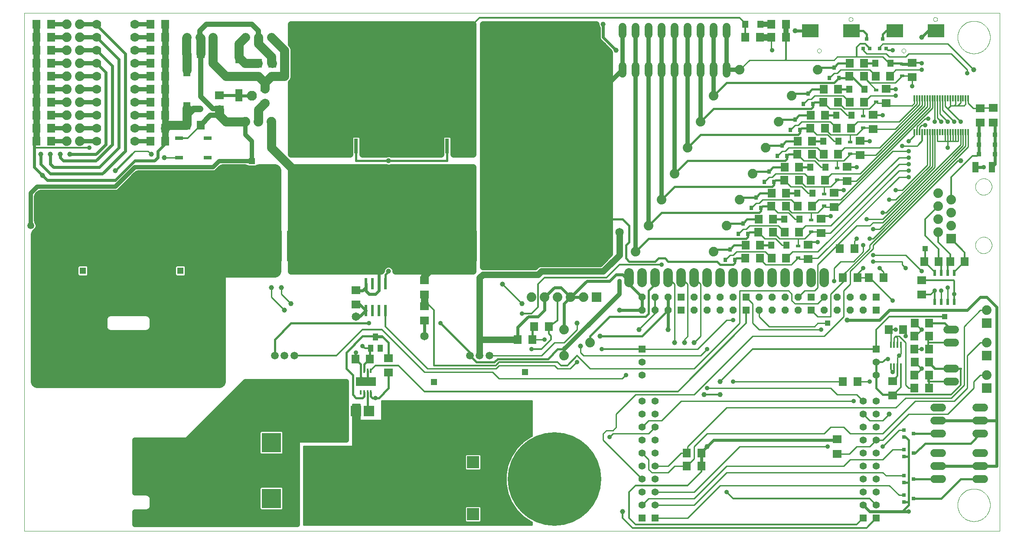
<source format=gtl>
G75*
%MOIN*%
%OFA0B0*%
%FSLAX24Y24*%
%IPPOS*%
%LPD*%
%AMOC8*
5,1,8,0,0,1.08239X$1,22.5*
%
%ADD10C,0.0000*%
%ADD11R,0.0118X0.0492*%
%ADD12C,0.0594*%
%ADD13R,0.0327X0.0248*%
%ADD14R,0.0709X0.0630*%
%ADD15R,0.0630X0.0710*%
%ADD16R,0.0315X0.0354*%
%ADD17C,0.0740*%
%ADD18R,0.0630X0.0709*%
%ADD19R,0.0472X0.0551*%
%ADD20R,0.0118X0.0472*%
%ADD21R,0.0472X0.0787*%
%ADD22R,0.0354X0.0374*%
%ADD23R,0.0710X0.0630*%
%ADD24C,0.0591*%
%ADD25R,0.3543X0.2362*%
%ADD26C,0.0397*%
%ADD27C,0.7200*%
%ADD28R,0.0315X0.1181*%
%ADD29R,0.3937X0.3543*%
%ADD30R,0.0236X0.0866*%
%ADD31C,0.2540*%
%ADD32R,0.0515X0.0515*%
%ADD33R,0.1500X0.1500*%
%ADD34R,0.0827X0.0827*%
%ADD35R,0.4331X0.5118*%
%ADD36R,0.0174X0.0350*%
%ADD37R,0.1575X0.0661*%
%ADD38R,0.0394X0.0551*%
%ADD39R,0.0740X0.0740*%
%ADD40C,0.0600*%
%ADD41R,0.0551X0.0945*%
%ADD42R,0.0709X0.0394*%
%ADD43C,0.0700*%
%ADD44R,0.0600X0.0300*%
%ADD45R,0.1260X0.0984*%
%ADD46R,0.0276X0.0276*%
%ADD47R,0.0554X0.0554*%
%ADD48OC8,0.0554*%
%ADD49C,0.0554*%
%ADD50C,0.0740*%
%ADD51R,0.0193X0.0512*%
%ADD52R,0.0945X0.0945*%
%ADD53C,0.0100*%
%ADD54C,0.0357*%
%ADD55C,0.0320*%
%ADD56C,0.0160*%
%ADD57C,0.0240*%
%ADD58C,0.0400*%
%ADD59C,0.0120*%
%ADD60C,0.0700*%
%ADD61C,0.0531*%
%ADD62C,0.0500*%
%ADD63C,0.0650*%
%ADD64C,0.0396*%
%ADD65C,0.0560*%
%ADD66C,0.1000*%
%ADD67C,0.0768*%
%ADD68C,0.0475*%
%ADD69R,0.0396X0.0396*%
D10*
X000100Y020125D02*
X000100Y059995D01*
X075092Y059995D01*
X075092Y020125D01*
X000100Y020125D01*
X061057Y057090D02*
X061059Y057115D01*
X061065Y057139D01*
X061074Y057161D01*
X061087Y057182D01*
X061103Y057201D01*
X061122Y057217D01*
X061143Y057230D01*
X061165Y057239D01*
X061189Y057245D01*
X061214Y057247D01*
X061239Y057245D01*
X061263Y057239D01*
X061285Y057230D01*
X061306Y057217D01*
X061325Y057201D01*
X061341Y057182D01*
X061354Y057161D01*
X061363Y057139D01*
X061369Y057115D01*
X061371Y057090D01*
X061369Y057065D01*
X061363Y057041D01*
X061354Y057019D01*
X061341Y056998D01*
X061325Y056979D01*
X061306Y056963D01*
X061285Y056950D01*
X061263Y056941D01*
X061239Y056935D01*
X061214Y056933D01*
X061189Y056935D01*
X061165Y056941D01*
X061143Y056950D01*
X061122Y056963D01*
X061103Y056979D01*
X061087Y056998D01*
X061074Y057019D01*
X061065Y057041D01*
X061059Y057065D01*
X061057Y057090D01*
X063478Y059511D02*
X063480Y059536D01*
X063486Y059560D01*
X063495Y059582D01*
X063508Y059603D01*
X063524Y059622D01*
X063543Y059638D01*
X063564Y059651D01*
X063586Y059660D01*
X063610Y059666D01*
X063635Y059668D01*
X063660Y059666D01*
X063684Y059660D01*
X063706Y059651D01*
X063727Y059638D01*
X063746Y059622D01*
X063762Y059603D01*
X063775Y059582D01*
X063784Y059560D01*
X063790Y059536D01*
X063792Y059511D01*
X063790Y059486D01*
X063784Y059462D01*
X063775Y059440D01*
X063762Y059419D01*
X063746Y059400D01*
X063727Y059384D01*
X063706Y059371D01*
X063684Y059362D01*
X063660Y059356D01*
X063635Y059354D01*
X063610Y059356D01*
X063586Y059362D01*
X063564Y059371D01*
X063543Y059384D01*
X063524Y059400D01*
X063508Y059419D01*
X063495Y059440D01*
X063486Y059462D01*
X063480Y059486D01*
X063478Y059511D01*
X067557Y057090D02*
X067559Y057115D01*
X067565Y057139D01*
X067574Y057161D01*
X067587Y057182D01*
X067603Y057201D01*
X067622Y057217D01*
X067643Y057230D01*
X067665Y057239D01*
X067689Y057245D01*
X067714Y057247D01*
X067739Y057245D01*
X067763Y057239D01*
X067785Y057230D01*
X067806Y057217D01*
X067825Y057201D01*
X067841Y057182D01*
X067854Y057161D01*
X067863Y057139D01*
X067869Y057115D01*
X067871Y057090D01*
X067869Y057065D01*
X067863Y057041D01*
X067854Y057019D01*
X067841Y056998D01*
X067825Y056979D01*
X067806Y056963D01*
X067785Y056950D01*
X067763Y056941D01*
X067739Y056935D01*
X067714Y056933D01*
X067689Y056935D01*
X067665Y056941D01*
X067643Y056950D01*
X067622Y056963D01*
X067603Y056979D01*
X067587Y056998D01*
X067574Y057019D01*
X067565Y057041D01*
X067559Y057065D01*
X067557Y057090D01*
X069978Y059511D02*
X069980Y059536D01*
X069986Y059560D01*
X069995Y059582D01*
X070008Y059603D01*
X070024Y059622D01*
X070043Y059638D01*
X070064Y059651D01*
X070086Y059660D01*
X070110Y059666D01*
X070135Y059668D01*
X070160Y059666D01*
X070184Y059660D01*
X070206Y059651D01*
X070227Y059638D01*
X070246Y059622D01*
X070262Y059603D01*
X070275Y059582D01*
X070284Y059560D01*
X070290Y059536D01*
X070292Y059511D01*
X070290Y059486D01*
X070284Y059462D01*
X070275Y059440D01*
X070262Y059419D01*
X070246Y059400D01*
X070227Y059384D01*
X070206Y059371D01*
X070184Y059362D01*
X070160Y059356D01*
X070135Y059354D01*
X070110Y059356D01*
X070086Y059362D01*
X070064Y059371D01*
X070043Y059384D01*
X070024Y059400D01*
X070008Y059419D01*
X069995Y059440D01*
X069986Y059462D01*
X069980Y059486D01*
X069978Y059511D01*
X071850Y058125D02*
X071852Y058195D01*
X071858Y058265D01*
X071868Y058334D01*
X071881Y058403D01*
X071899Y058471D01*
X071920Y058538D01*
X071945Y058603D01*
X071974Y058667D01*
X072006Y058730D01*
X072042Y058790D01*
X072081Y058848D01*
X072123Y058904D01*
X072168Y058958D01*
X072216Y059009D01*
X072267Y059057D01*
X072321Y059102D01*
X072377Y059144D01*
X072435Y059183D01*
X072495Y059219D01*
X072558Y059251D01*
X072622Y059280D01*
X072687Y059305D01*
X072754Y059326D01*
X072822Y059344D01*
X072891Y059357D01*
X072960Y059367D01*
X073030Y059373D01*
X073100Y059375D01*
X073170Y059373D01*
X073240Y059367D01*
X073309Y059357D01*
X073378Y059344D01*
X073446Y059326D01*
X073513Y059305D01*
X073578Y059280D01*
X073642Y059251D01*
X073705Y059219D01*
X073765Y059183D01*
X073823Y059144D01*
X073879Y059102D01*
X073933Y059057D01*
X073984Y059009D01*
X074032Y058958D01*
X074077Y058904D01*
X074119Y058848D01*
X074158Y058790D01*
X074194Y058730D01*
X074226Y058667D01*
X074255Y058603D01*
X074280Y058538D01*
X074301Y058471D01*
X074319Y058403D01*
X074332Y058334D01*
X074342Y058265D01*
X074348Y058195D01*
X074350Y058125D01*
X074348Y058055D01*
X074342Y057985D01*
X074332Y057916D01*
X074319Y057847D01*
X074301Y057779D01*
X074280Y057712D01*
X074255Y057647D01*
X074226Y057583D01*
X074194Y057520D01*
X074158Y057460D01*
X074119Y057402D01*
X074077Y057346D01*
X074032Y057292D01*
X073984Y057241D01*
X073933Y057193D01*
X073879Y057148D01*
X073823Y057106D01*
X073765Y057067D01*
X073705Y057031D01*
X073642Y056999D01*
X073578Y056970D01*
X073513Y056945D01*
X073446Y056924D01*
X073378Y056906D01*
X073309Y056893D01*
X073240Y056883D01*
X073170Y056877D01*
X073100Y056875D01*
X073030Y056877D01*
X072960Y056883D01*
X072891Y056893D01*
X072822Y056906D01*
X072754Y056924D01*
X072687Y056945D01*
X072622Y056970D01*
X072558Y056999D01*
X072495Y057031D01*
X072435Y057067D01*
X072377Y057106D01*
X072321Y057148D01*
X072267Y057193D01*
X072216Y057241D01*
X072168Y057292D01*
X072123Y057346D01*
X072081Y057402D01*
X072042Y057460D01*
X072006Y057520D01*
X071974Y057583D01*
X071945Y057647D01*
X071920Y057712D01*
X071899Y057779D01*
X071881Y057847D01*
X071868Y057916D01*
X071858Y057985D01*
X071852Y058055D01*
X071850Y058125D01*
X073220Y046625D02*
X073222Y046675D01*
X073228Y046725D01*
X073238Y046774D01*
X073252Y046822D01*
X073269Y046869D01*
X073290Y046914D01*
X073315Y046958D01*
X073343Y046999D01*
X073375Y047038D01*
X073409Y047075D01*
X073446Y047109D01*
X073486Y047139D01*
X073528Y047166D01*
X073572Y047190D01*
X073618Y047211D01*
X073665Y047227D01*
X073713Y047240D01*
X073763Y047249D01*
X073812Y047254D01*
X073863Y047255D01*
X073913Y047252D01*
X073962Y047245D01*
X074011Y047234D01*
X074059Y047219D01*
X074105Y047201D01*
X074150Y047179D01*
X074193Y047153D01*
X074234Y047124D01*
X074273Y047092D01*
X074309Y047057D01*
X074341Y047019D01*
X074371Y046979D01*
X074398Y046936D01*
X074421Y046892D01*
X074440Y046846D01*
X074456Y046798D01*
X074468Y046749D01*
X074476Y046700D01*
X074480Y046650D01*
X074480Y046600D01*
X074476Y046550D01*
X074468Y046501D01*
X074456Y046452D01*
X074440Y046404D01*
X074421Y046358D01*
X074398Y046314D01*
X074371Y046271D01*
X074341Y046231D01*
X074309Y046193D01*
X074273Y046158D01*
X074234Y046126D01*
X074193Y046097D01*
X074150Y046071D01*
X074105Y046049D01*
X074059Y046031D01*
X074011Y046016D01*
X073962Y046005D01*
X073913Y045998D01*
X073863Y045995D01*
X073812Y045996D01*
X073763Y046001D01*
X073713Y046010D01*
X073665Y046023D01*
X073618Y046039D01*
X073572Y046060D01*
X073528Y046084D01*
X073486Y046111D01*
X073446Y046141D01*
X073409Y046175D01*
X073375Y046212D01*
X073343Y046251D01*
X073315Y046292D01*
X073290Y046336D01*
X073269Y046381D01*
X073252Y046428D01*
X073238Y046476D01*
X073228Y046525D01*
X073222Y046575D01*
X073220Y046625D01*
X073220Y042125D02*
X073222Y042175D01*
X073228Y042225D01*
X073238Y042274D01*
X073252Y042322D01*
X073269Y042369D01*
X073290Y042414D01*
X073315Y042458D01*
X073343Y042499D01*
X073375Y042538D01*
X073409Y042575D01*
X073446Y042609D01*
X073486Y042639D01*
X073528Y042666D01*
X073572Y042690D01*
X073618Y042711D01*
X073665Y042727D01*
X073713Y042740D01*
X073763Y042749D01*
X073812Y042754D01*
X073863Y042755D01*
X073913Y042752D01*
X073962Y042745D01*
X074011Y042734D01*
X074059Y042719D01*
X074105Y042701D01*
X074150Y042679D01*
X074193Y042653D01*
X074234Y042624D01*
X074273Y042592D01*
X074309Y042557D01*
X074341Y042519D01*
X074371Y042479D01*
X074398Y042436D01*
X074421Y042392D01*
X074440Y042346D01*
X074456Y042298D01*
X074468Y042249D01*
X074476Y042200D01*
X074480Y042150D01*
X074480Y042100D01*
X074476Y042050D01*
X074468Y042001D01*
X074456Y041952D01*
X074440Y041904D01*
X074421Y041858D01*
X074398Y041814D01*
X074371Y041771D01*
X074341Y041731D01*
X074309Y041693D01*
X074273Y041658D01*
X074234Y041626D01*
X074193Y041597D01*
X074150Y041571D01*
X074105Y041549D01*
X074059Y041531D01*
X074011Y041516D01*
X073962Y041505D01*
X073913Y041498D01*
X073863Y041495D01*
X073812Y041496D01*
X073763Y041501D01*
X073713Y041510D01*
X073665Y041523D01*
X073618Y041539D01*
X073572Y041560D01*
X073528Y041584D01*
X073486Y041611D01*
X073446Y041641D01*
X073409Y041675D01*
X073375Y041712D01*
X073343Y041751D01*
X073315Y041792D01*
X073290Y041836D01*
X073269Y041881D01*
X073252Y041928D01*
X073238Y041976D01*
X073228Y042025D01*
X073222Y042075D01*
X073220Y042125D01*
X071850Y022125D02*
X071852Y022195D01*
X071858Y022265D01*
X071868Y022334D01*
X071881Y022403D01*
X071899Y022471D01*
X071920Y022538D01*
X071945Y022603D01*
X071974Y022667D01*
X072006Y022730D01*
X072042Y022790D01*
X072081Y022848D01*
X072123Y022904D01*
X072168Y022958D01*
X072216Y023009D01*
X072267Y023057D01*
X072321Y023102D01*
X072377Y023144D01*
X072435Y023183D01*
X072495Y023219D01*
X072558Y023251D01*
X072622Y023280D01*
X072687Y023305D01*
X072754Y023326D01*
X072822Y023344D01*
X072891Y023357D01*
X072960Y023367D01*
X073030Y023373D01*
X073100Y023375D01*
X073170Y023373D01*
X073240Y023367D01*
X073309Y023357D01*
X073378Y023344D01*
X073446Y023326D01*
X073513Y023305D01*
X073578Y023280D01*
X073642Y023251D01*
X073705Y023219D01*
X073765Y023183D01*
X073823Y023144D01*
X073879Y023102D01*
X073933Y023057D01*
X073984Y023009D01*
X074032Y022958D01*
X074077Y022904D01*
X074119Y022848D01*
X074158Y022790D01*
X074194Y022730D01*
X074226Y022667D01*
X074255Y022603D01*
X074280Y022538D01*
X074301Y022471D01*
X074319Y022403D01*
X074332Y022334D01*
X074342Y022265D01*
X074348Y022195D01*
X074350Y022125D01*
X074348Y022055D01*
X074342Y021985D01*
X074332Y021916D01*
X074319Y021847D01*
X074301Y021779D01*
X074280Y021712D01*
X074255Y021647D01*
X074226Y021583D01*
X074194Y021520D01*
X074158Y021460D01*
X074119Y021402D01*
X074077Y021346D01*
X074032Y021292D01*
X073984Y021241D01*
X073933Y021193D01*
X073879Y021148D01*
X073823Y021106D01*
X073765Y021067D01*
X073705Y021031D01*
X073642Y020999D01*
X073578Y020970D01*
X073513Y020945D01*
X073446Y020924D01*
X073378Y020906D01*
X073309Y020893D01*
X073240Y020883D01*
X073170Y020877D01*
X073100Y020875D01*
X073030Y020877D01*
X072960Y020883D01*
X072891Y020893D01*
X072822Y020906D01*
X072754Y020924D01*
X072687Y020945D01*
X072622Y020970D01*
X072558Y020999D01*
X072495Y021031D01*
X072435Y021067D01*
X072377Y021106D01*
X072321Y021148D01*
X072267Y021193D01*
X072216Y021241D01*
X072168Y021292D01*
X072123Y021346D01*
X072081Y021402D01*
X072042Y021460D01*
X072006Y021520D01*
X071974Y021583D01*
X071945Y021647D01*
X071920Y021712D01*
X071899Y021779D01*
X071881Y021847D01*
X071868Y021916D01*
X071858Y021985D01*
X071852Y022055D01*
X071850Y022125D01*
D11*
X071880Y050826D03*
X072076Y050826D03*
X072273Y050826D03*
X072470Y050826D03*
X072667Y050826D03*
X071683Y050826D03*
X071486Y050826D03*
X071289Y050826D03*
X071092Y050826D03*
X070895Y050826D03*
X070698Y050826D03*
X070502Y050826D03*
X070305Y050826D03*
X070108Y050826D03*
X069911Y050826D03*
X069714Y050826D03*
X069517Y050826D03*
X069320Y050826D03*
X069124Y050826D03*
X068927Y050826D03*
X068730Y050826D03*
X068533Y050826D03*
X068533Y053424D03*
X068730Y053424D03*
X068927Y053424D03*
X069124Y053424D03*
X069320Y053424D03*
X069517Y053424D03*
X069714Y053424D03*
X069911Y053424D03*
X070108Y053424D03*
X070305Y053424D03*
X070502Y053424D03*
X070698Y053424D03*
X070895Y053424D03*
X071092Y053424D03*
X071289Y053424D03*
X071486Y053424D03*
X071683Y053424D03*
X071880Y053424D03*
X072076Y053424D03*
X072273Y053424D03*
X072470Y053424D03*
X072667Y053424D03*
D12*
X054100Y055328D02*
X054100Y055922D01*
X053100Y055922D02*
X053100Y055328D01*
X052100Y055328D02*
X052100Y055922D01*
X051100Y055922D02*
X051100Y055328D01*
X050100Y055328D02*
X050100Y055922D01*
X049100Y055922D02*
X049100Y055328D01*
X048100Y055328D02*
X048100Y055922D01*
X047100Y055922D02*
X047100Y055328D01*
X046100Y055328D02*
X046100Y055922D01*
X046100Y058328D02*
X046100Y058922D01*
X047100Y058922D02*
X047100Y058328D01*
X048100Y058328D02*
X048100Y058922D01*
X049100Y058922D02*
X049100Y058328D01*
X050100Y058328D02*
X050100Y058922D01*
X051100Y058922D02*
X051100Y058328D01*
X052100Y058328D02*
X052100Y058922D01*
X053100Y058922D02*
X053100Y058328D01*
X054100Y058328D02*
X054100Y058922D01*
X071053Y035625D02*
X071647Y035625D01*
X071647Y034625D02*
X071053Y034625D01*
X071053Y032625D02*
X071647Y032625D01*
X071647Y031625D02*
X071053Y031625D01*
X070647Y029625D02*
X070053Y029625D01*
X070053Y028625D02*
X070647Y028625D01*
X070647Y027625D02*
X070053Y027625D01*
X070053Y026125D02*
X070647Y026125D01*
X070647Y025125D02*
X070053Y025125D01*
X070053Y024125D02*
X070647Y024125D01*
X073303Y024125D02*
X073897Y024125D01*
X073897Y025125D02*
X073303Y025125D01*
X073303Y026125D02*
X073897Y026125D01*
X073897Y027625D02*
X073303Y027625D01*
X073303Y028625D02*
X073897Y028625D01*
X073897Y029625D02*
X073303Y029625D01*
D13*
X059600Y041172D03*
X059600Y042078D03*
X060600Y043172D03*
X060600Y044078D03*
X061600Y045172D03*
X061600Y046078D03*
X062600Y047172D03*
X062600Y048078D03*
X063600Y049172D03*
X063600Y050078D03*
X064600Y051172D03*
X064600Y052078D03*
X065600Y053172D03*
X065600Y054078D03*
X067600Y055172D03*
X067600Y056078D03*
D14*
X068350Y056176D03*
X068350Y055074D03*
X066350Y054176D03*
X066350Y053074D03*
X065350Y052176D03*
X065350Y051074D03*
X064350Y050176D03*
X064350Y049074D03*
X063350Y048176D03*
X063350Y047074D03*
X062350Y046176D03*
X062350Y045074D03*
X061350Y044176D03*
X061350Y043074D03*
X060350Y042176D03*
X060350Y041074D03*
X069100Y039426D03*
X069100Y038324D03*
X066850Y031676D03*
X066850Y030574D03*
X073600Y051574D03*
X073600Y052676D03*
X028100Y033426D03*
X028100Y032324D03*
X025600Y037574D03*
X025600Y038676D03*
X015100Y052574D03*
X015100Y053676D03*
D15*
X010910Y054125D03*
X010910Y055125D03*
X009790Y055125D03*
X009790Y054125D03*
X009790Y053125D03*
X009790Y052125D03*
X010910Y052125D03*
X010910Y053125D03*
X010910Y051125D03*
X010910Y050125D03*
X009790Y050125D03*
X009790Y051125D03*
X009790Y056125D03*
X009790Y057125D03*
X010910Y057125D03*
X010910Y056125D03*
X010910Y058125D03*
X009790Y058125D03*
X009790Y059125D03*
X010910Y059125D03*
X002160Y059125D03*
X001040Y059125D03*
X001040Y058125D03*
X002160Y058125D03*
X002160Y057125D03*
X002160Y056125D03*
X001040Y056125D03*
X001040Y057125D03*
X001040Y055125D03*
X001040Y054125D03*
X002160Y054125D03*
X002160Y055125D03*
X002160Y053125D03*
X002160Y052125D03*
X001040Y052125D03*
X001040Y053125D03*
X001040Y051125D03*
X001040Y050125D03*
X002160Y050125D03*
X002160Y051125D03*
X038040Y034875D03*
X039160Y034875D03*
X039290Y035875D03*
X040410Y035875D03*
X051040Y026125D03*
X051040Y025125D03*
X052160Y025125D03*
X052160Y026125D03*
X063040Y031625D03*
X064160Y031625D03*
X068540Y031125D03*
X068540Y032125D03*
X069660Y032125D03*
X069660Y031125D03*
X069660Y034125D03*
X069660Y035125D03*
X068540Y035125D03*
X068540Y034125D03*
X066160Y039625D03*
X065040Y039625D03*
X064160Y039625D03*
X063040Y039625D03*
X062790Y041875D03*
X063910Y041875D03*
X058660Y045125D03*
X057540Y045125D03*
X057660Y043125D03*
X056540Y043125D03*
X056660Y041125D03*
X055540Y041125D03*
X058540Y047125D03*
X059660Y047125D03*
X059540Y049125D03*
X060660Y049125D03*
X060540Y051125D03*
X061660Y051125D03*
X061540Y053125D03*
X062660Y053125D03*
X063540Y055125D03*
X064660Y055125D03*
X058660Y058125D03*
X057540Y058125D03*
X056660Y058125D03*
X055540Y058125D03*
X057540Y059125D03*
X058660Y059125D03*
D16*
X062350Y055808D03*
X061976Y054981D03*
X062724Y054981D03*
X060350Y053808D03*
X059976Y052981D03*
X060724Y052981D03*
X059350Y051808D03*
X058976Y050981D03*
X059724Y050981D03*
X058350Y049808D03*
X057976Y048981D03*
X058724Y048981D03*
X057350Y047808D03*
X056976Y046981D03*
X057724Y046981D03*
X056350Y045808D03*
X055976Y044981D03*
X056724Y044981D03*
X055350Y043808D03*
X054976Y042981D03*
X055724Y042981D03*
X054350Y041808D03*
X053976Y040981D03*
X054724Y040981D03*
D17*
X053100Y041625D03*
X054100Y043625D03*
X055100Y045625D03*
X056100Y047625D03*
X057100Y049625D03*
X058100Y051625D03*
X059100Y053625D03*
X061100Y055625D03*
X055100Y055625D03*
X053100Y053625D03*
X052100Y051625D03*
X051100Y049625D03*
X050100Y047625D03*
X049100Y045625D03*
X048100Y043625D03*
X047100Y041625D03*
X043100Y038125D03*
X042100Y038125D03*
X041100Y038125D03*
X040100Y038125D03*
X039100Y038125D03*
X041600Y035625D03*
X043600Y034625D03*
X041600Y033625D03*
X019100Y051625D03*
X018100Y051625D03*
X017100Y051625D03*
X004350Y051125D03*
X004350Y050125D03*
X003350Y050125D03*
X003350Y051125D03*
X003350Y052125D03*
X003350Y053125D03*
X004350Y053125D03*
X004350Y052125D03*
X004350Y054125D03*
X004350Y055125D03*
X003350Y055125D03*
X003350Y054125D03*
X003350Y056125D03*
X003350Y057125D03*
X004350Y057125D03*
X004350Y056125D03*
X004350Y058125D03*
X003350Y058125D03*
X003350Y059125D03*
X004350Y059125D03*
X070350Y046125D03*
X070350Y045125D03*
X070350Y044125D03*
X070350Y043125D03*
X071350Y043625D03*
X071350Y044625D03*
X071350Y045625D03*
X074100Y037125D03*
X074100Y034625D03*
X074100Y032125D03*
D18*
X069651Y033125D03*
X068549Y033125D03*
X067651Y035625D03*
X068549Y036125D03*
X069651Y036125D03*
X066549Y035625D03*
X069299Y040875D03*
X070401Y040875D03*
X071299Y040875D03*
X072401Y040875D03*
X062651Y049125D03*
X061549Y049125D03*
X060651Y050125D03*
X059549Y050125D03*
X060549Y052125D03*
X061651Y052125D03*
X062549Y051125D03*
X063651Y051125D03*
X063549Y053125D03*
X064651Y053125D03*
X062651Y054125D03*
X061549Y054125D03*
X063549Y056125D03*
X064651Y056125D03*
X065549Y055125D03*
X066651Y055125D03*
X059651Y048125D03*
X060549Y047125D03*
X061651Y047125D03*
X060651Y045125D03*
X059549Y045125D03*
X058651Y046125D03*
X057549Y046125D03*
X057651Y044125D03*
X056549Y044125D03*
X058549Y043125D03*
X059651Y043125D03*
X058651Y041125D03*
X057549Y041125D03*
X056651Y042125D03*
X055549Y042125D03*
X058549Y048125D03*
X026651Y033375D03*
X025549Y033375D03*
X013651Y051375D03*
X012549Y051375D03*
X018049Y056125D03*
X019151Y056125D03*
X013651Y056875D03*
X012549Y056875D03*
D19*
X055509Y059125D03*
X056691Y059125D03*
X063509Y054125D03*
X064691Y054125D03*
X065509Y056125D03*
X066691Y056125D03*
X063691Y052125D03*
X062509Y052125D03*
X062691Y050125D03*
X061509Y050125D03*
X061691Y048125D03*
X060509Y048125D03*
X060691Y046125D03*
X059509Y046125D03*
X059691Y044125D03*
X058509Y044125D03*
X058691Y042125D03*
X057509Y042125D03*
D20*
X066716Y034456D03*
X066972Y034456D03*
X067228Y034456D03*
X067483Y034456D03*
X067483Y032793D03*
X067228Y032793D03*
X066972Y032793D03*
X066716Y032793D03*
D21*
X073220Y048125D03*
X074480Y048125D03*
D22*
X074720Y049125D03*
X074720Y049875D03*
X074720Y050625D03*
X073480Y050625D03*
X073480Y049875D03*
X073480Y049125D03*
D23*
X074600Y051565D03*
X074600Y052685D03*
X062600Y027185D03*
X062600Y026065D03*
X030850Y036315D03*
X030850Y037435D03*
X030850Y038315D03*
X030850Y039435D03*
D24*
X034348Y033625D03*
X035100Y033625D03*
X035852Y033625D03*
X020852Y033625D03*
X020100Y033625D03*
X019348Y033625D03*
D25*
X018131Y042050D03*
X022069Y042050D03*
X033131Y042050D03*
X037069Y042050D03*
D26*
X037332Y041263D03*
X037856Y041263D03*
X038328Y041420D03*
X038604Y041775D03*
X038604Y042326D03*
X038328Y042680D03*
X037856Y042838D03*
X037332Y042838D03*
X036805Y042838D03*
X036281Y042838D03*
X035809Y042680D03*
X035533Y042326D03*
X035533Y041775D03*
X035809Y041420D03*
X036281Y041263D03*
X036805Y041263D03*
X034667Y041775D03*
X034391Y041420D03*
X033919Y041263D03*
X033395Y041263D03*
X032868Y041263D03*
X032344Y041263D03*
X031872Y041420D03*
X031596Y041775D03*
X031596Y042326D03*
X031872Y042680D03*
X032344Y042838D03*
X032868Y042838D03*
X033395Y042838D03*
X033919Y042838D03*
X034391Y042680D03*
X034667Y042326D03*
X023604Y042326D03*
X023328Y042680D03*
X022856Y042838D03*
X022332Y042838D03*
X021805Y042838D03*
X021281Y042838D03*
X020809Y042680D03*
X020533Y042326D03*
X020533Y041775D03*
X020809Y041420D03*
X021281Y041263D03*
X021805Y041263D03*
X022332Y041263D03*
X022856Y041263D03*
X023328Y041420D03*
X023604Y041775D03*
X019667Y041775D03*
X019391Y041420D03*
X018919Y041263D03*
X018395Y041263D03*
X017868Y041263D03*
X017344Y041263D03*
X016872Y041420D03*
X016596Y041775D03*
X016596Y042326D03*
X016872Y042680D03*
X017344Y042838D03*
X017868Y042838D03*
X018395Y042838D03*
X018919Y042838D03*
X019391Y042680D03*
X019667Y042326D03*
D27*
X027600Y054625D03*
X040100Y054625D03*
X040850Y024125D03*
D28*
X032600Y049750D03*
X032100Y049750D03*
X031600Y049750D03*
X030600Y049750D03*
X030100Y049750D03*
X029600Y049750D03*
X025600Y049750D03*
X025100Y049750D03*
X024600Y049750D03*
X023600Y049750D03*
X023100Y049750D03*
X022600Y049750D03*
D29*
X024100Y045773D03*
X031100Y045773D03*
D30*
X027850Y039149D03*
X027350Y039149D03*
X026850Y039149D03*
X026350Y039149D03*
X026350Y037101D03*
X026850Y037101D03*
X027350Y037101D03*
X027850Y037101D03*
D31*
X012964Y024790D02*
X010424Y024790D01*
X005681Y033649D02*
X003141Y033649D01*
D32*
X004600Y040149D03*
X004600Y043101D03*
X012100Y043101D03*
X012100Y040149D03*
X017600Y045649D03*
X017600Y048601D03*
X031600Y031601D03*
X031600Y028649D03*
X038600Y029399D03*
X038600Y032351D03*
D33*
X019100Y026916D03*
X019100Y024771D03*
X019100Y022625D03*
D34*
X024600Y029361D03*
X025600Y029361D03*
X026600Y029361D03*
D35*
X025600Y023625D03*
D36*
X025966Y030796D03*
X026222Y030796D03*
X026478Y030796D03*
X026734Y030796D03*
X026734Y032454D03*
X026478Y032454D03*
X026222Y032454D03*
X025966Y032454D03*
D37*
X026350Y031625D03*
D38*
X026726Y034192D03*
X027474Y034192D03*
X027100Y035058D03*
D39*
X044100Y038125D03*
X071350Y042625D03*
X074100Y036125D03*
X074100Y033625D03*
X074100Y031125D03*
D40*
X019100Y058125D03*
X018100Y058125D03*
X017100Y058125D03*
X014600Y058125D03*
X013600Y058125D03*
X012600Y058125D03*
D41*
X012600Y055582D03*
X012600Y052668D03*
X016600Y053668D03*
X016600Y056582D03*
D42*
X018600Y054176D03*
X018600Y053074D03*
D43*
X008600Y053125D03*
X008600Y052125D03*
X008600Y051125D03*
X008600Y050125D03*
X005647Y050125D03*
X005647Y051125D03*
X005647Y052125D03*
X005647Y053125D03*
X005647Y054125D03*
X005647Y055125D03*
X005647Y056125D03*
X005647Y057125D03*
X005647Y058125D03*
X005647Y059125D03*
X008600Y059125D03*
X008600Y058125D03*
X008600Y057125D03*
X008600Y056125D03*
X008600Y055125D03*
X008600Y054125D03*
D44*
X012000Y050375D03*
X012000Y048875D03*
X014200Y048875D03*
X014200Y050375D03*
D45*
X060525Y058625D03*
X063675Y058625D03*
X067025Y058625D03*
X070175Y058625D03*
D46*
X066356Y057261D03*
X065844Y057261D03*
X065106Y057261D03*
X064594Y057261D03*
X064850Y057989D03*
X066100Y057989D03*
X067736Y027881D03*
X067736Y027369D03*
X068464Y027625D03*
X067736Y026381D03*
X067736Y025869D03*
X068464Y026125D03*
X067736Y024381D03*
X067736Y023869D03*
X068464Y024125D03*
X067736Y022881D03*
X067736Y022369D03*
X068464Y022625D03*
D47*
X065600Y021125D03*
X064600Y021125D03*
X048600Y021125D03*
X047600Y021125D03*
X047600Y034125D03*
X050600Y037125D03*
X050600Y038125D03*
X055600Y038125D03*
X055600Y037125D03*
X060600Y037125D03*
X060600Y038125D03*
X065600Y038125D03*
X065600Y037125D03*
X065600Y034125D03*
D48*
X064600Y037125D03*
X063600Y037125D03*
X062600Y037125D03*
X062600Y038125D03*
X063600Y038125D03*
X064600Y038125D03*
X061600Y038125D03*
X061600Y037125D03*
X059600Y037125D03*
X059600Y038125D03*
X058600Y038125D03*
X057600Y038125D03*
X056600Y038125D03*
X056600Y037125D03*
X057600Y037125D03*
X058600Y037125D03*
X054600Y037125D03*
X053600Y037125D03*
X052600Y037125D03*
X052600Y038125D03*
X053600Y038125D03*
X054600Y038125D03*
X051600Y038125D03*
X051600Y037125D03*
X049600Y037125D03*
X048600Y037125D03*
X048600Y038125D03*
X049600Y038125D03*
X047600Y038125D03*
X047600Y037125D03*
D49*
X047600Y033125D03*
X047600Y032125D03*
X047600Y030125D03*
X047600Y029125D03*
X047600Y028125D03*
X047600Y027125D03*
X047600Y026125D03*
X047600Y025125D03*
X047600Y024125D03*
X047600Y023125D03*
X047600Y022125D03*
X048600Y022125D03*
X048600Y023125D03*
X048600Y024125D03*
X048600Y025125D03*
X048600Y026125D03*
X048600Y027125D03*
X048600Y028125D03*
X048600Y029125D03*
X048600Y030125D03*
X064600Y030125D03*
X064600Y029125D03*
X065600Y029125D03*
X065600Y030125D03*
X065600Y028125D03*
X065600Y027125D03*
X064600Y027125D03*
X064600Y028125D03*
X064600Y026125D03*
X064600Y025125D03*
X065600Y025125D03*
X065600Y026125D03*
X065600Y024125D03*
X064600Y024125D03*
X064600Y023125D03*
X064600Y022125D03*
X065600Y022125D03*
X065600Y023125D03*
X065600Y032125D03*
X065600Y033125D03*
D50*
X061600Y039255D02*
X061600Y039995D01*
X060600Y039995D02*
X060600Y039255D01*
X059600Y039255D02*
X059600Y039995D01*
X058600Y039995D02*
X058600Y039255D01*
X057600Y039255D02*
X057600Y039995D01*
X056600Y039995D02*
X056600Y039255D01*
X055600Y039255D02*
X055600Y039995D01*
X054600Y039995D02*
X054600Y039255D01*
X053600Y039255D02*
X053600Y039995D01*
X052600Y039995D02*
X052600Y039255D01*
X051600Y039255D02*
X051600Y039995D01*
X050600Y039995D02*
X050600Y039255D01*
X049600Y039255D02*
X049600Y039995D01*
X048600Y039995D02*
X048600Y039255D01*
X047600Y039255D02*
X047600Y039995D01*
X046600Y039995D02*
X046600Y039255D01*
D51*
X070100Y040000D03*
X070600Y040000D03*
X071100Y040000D03*
X071600Y040000D03*
X071600Y037750D03*
X071100Y037750D03*
X070600Y037750D03*
X070100Y037750D03*
D52*
X034600Y025424D03*
X030600Y025424D03*
X030600Y021424D03*
X034600Y021424D03*
D53*
X044600Y027125D02*
X047600Y024125D01*
X048100Y024875D02*
X048100Y025625D01*
X047600Y026125D01*
X048100Y024875D02*
X048350Y024625D01*
X049600Y024625D01*
X050100Y025125D01*
X051040Y025125D01*
X051600Y025685D01*
X051600Y026625D01*
X052600Y027625D01*
X061600Y027625D01*
X062100Y028125D01*
X063100Y028125D01*
X063600Y027625D01*
X066100Y027625D01*
X068600Y030125D01*
X071600Y030125D01*
X072600Y031125D01*
X072600Y033625D01*
X073600Y034625D01*
X074100Y034625D01*
X072350Y035875D02*
X072350Y031375D01*
X071350Y030375D01*
X067850Y030375D01*
X067100Y029625D01*
X054100Y029625D01*
X051100Y026625D01*
X051100Y026185D01*
X051040Y026125D01*
X050600Y026125D01*
X049600Y025125D01*
X048600Y025125D01*
X048100Y027625D02*
X045350Y027625D01*
X045100Y027375D01*
X044600Y027625D02*
X044600Y027125D01*
X044600Y027625D02*
X044850Y027875D01*
X045350Y027875D01*
X045600Y028125D01*
X045600Y029125D01*
X047100Y030625D01*
X051600Y030625D01*
X056100Y035125D01*
X061600Y035125D01*
X063100Y036625D01*
X063100Y038625D01*
X063600Y039125D01*
X063600Y040125D01*
X065350Y041875D01*
X065350Y042125D01*
X071850Y048625D01*
X072100Y048625D01*
X072470Y049745D02*
X065350Y042625D01*
X065100Y042625D01*
X065100Y042125D02*
X065100Y041875D01*
X063040Y039815D01*
X063040Y039625D01*
X063100Y039565D01*
X063100Y039375D01*
X062100Y038375D01*
X062100Y036625D01*
X061100Y036625D01*
X060600Y037125D01*
X061100Y037625D02*
X059350Y037625D01*
X059100Y037875D01*
X059100Y038375D01*
X058850Y038625D01*
X055100Y038625D01*
X055100Y036125D01*
X051600Y032625D01*
X043600Y032625D01*
X042600Y033625D01*
X042850Y033875D02*
X042850Y034375D01*
X042850Y033875D02*
X043100Y033625D01*
X052100Y033625D01*
X052600Y034125D01*
X051850Y034125D02*
X047600Y034125D01*
X050100Y034625D02*
X050100Y039125D01*
X049600Y039625D01*
X050600Y039625D02*
X051100Y039125D01*
X051100Y035125D01*
X050850Y034875D01*
X050850Y034625D01*
X051600Y034625D02*
X052100Y035125D01*
X052100Y039125D01*
X051600Y039625D01*
X053976Y040981D02*
X054350Y041355D01*
X054350Y041375D01*
X054600Y041375D01*
X054850Y041625D01*
X057049Y041625D01*
X057549Y041125D01*
X057100Y040625D02*
X059100Y040625D01*
X059100Y040672D01*
X059600Y041172D01*
X059698Y041074D01*
X060350Y041074D01*
X060401Y041125D01*
X061100Y041125D01*
X067350Y047375D01*
X068100Y047375D01*
X068100Y047875D02*
X067350Y047875D01*
X061100Y041625D01*
X059151Y041625D01*
X058651Y041125D01*
X058691Y042125D02*
X058350Y042125D01*
X057850Y042625D01*
X057040Y042625D01*
X056540Y043125D01*
X055850Y043625D02*
X058049Y043625D01*
X058549Y043125D01*
X058160Y042625D02*
X057660Y043125D01*
X058160Y042625D02*
X059600Y042625D01*
X059600Y042078D01*
X059600Y042625D02*
X060100Y042625D01*
X060600Y043125D01*
X060600Y043172D01*
X061252Y043172D01*
X061350Y043074D01*
X062049Y043074D01*
X067350Y048375D01*
X068100Y048375D01*
X068100Y048875D02*
X067350Y048875D01*
X062100Y043625D01*
X060151Y043625D01*
X059651Y043125D01*
X059691Y044125D02*
X059350Y044125D01*
X058850Y044625D01*
X058040Y044625D01*
X057540Y045125D01*
X056850Y045625D02*
X059049Y045625D01*
X059549Y045125D01*
X059100Y044625D02*
X058660Y045065D01*
X058660Y045125D01*
X059100Y044625D02*
X060600Y044625D01*
X060600Y044078D01*
X060600Y044625D02*
X061100Y044625D01*
X061600Y045125D01*
X061600Y045172D01*
X061698Y045074D01*
X062350Y045074D01*
X062401Y045125D01*
X062600Y045125D01*
X066850Y049375D01*
X068100Y049375D01*
X067600Y049750D02*
X068725Y049750D01*
X068850Y049875D01*
X068533Y050558D02*
X068100Y050125D01*
X068533Y050558D02*
X068533Y050826D01*
X068730Y050826D02*
X068730Y051255D01*
X069350Y051875D01*
X069600Y051875D01*
X070108Y051883D02*
X070100Y051625D01*
X070108Y051883D02*
X070108Y053424D01*
X070305Y053424D02*
X070305Y051920D01*
X070600Y051625D01*
X071100Y051625D02*
X070502Y052223D01*
X070502Y053424D01*
X070698Y053424D02*
X070698Y052527D01*
X071600Y051625D01*
X072100Y051625D02*
X071100Y052625D01*
X071289Y052814D01*
X071350Y052875D01*
X071600Y052875D01*
X071683Y052958D01*
X071683Y053424D01*
X072076Y053424D02*
X072076Y053101D01*
X071850Y052875D01*
X072350Y052875D01*
X072470Y052995D01*
X072470Y053424D01*
X072667Y053424D02*
X072667Y053058D01*
X073049Y052676D01*
X073600Y052676D01*
X073609Y052685D01*
X074600Y052685D01*
X072667Y050826D02*
X072667Y049692D01*
X065100Y042125D01*
X064600Y042125D02*
X064600Y041625D01*
X063850Y040875D01*
X062850Y040875D01*
X062350Y040375D01*
X062350Y039375D01*
X061100Y038875D02*
X061100Y040625D01*
X062600Y042125D01*
X062790Y041935D01*
X062790Y041875D01*
X062600Y042125D02*
X064100Y043625D01*
X065100Y043625D01*
X065350Y043875D01*
X066100Y043875D01*
X072076Y049851D01*
X072076Y050826D01*
X071880Y050826D02*
X071880Y050125D01*
X071683Y050125D01*
X071486Y050125D01*
X071486Y050826D01*
X071683Y050826D02*
X071683Y050125D01*
X071486Y050125D02*
X071289Y050125D01*
X071100Y050125D01*
X071100Y049625D01*
X071092Y050125D02*
X071100Y050125D01*
X071092Y050125D02*
X070895Y050125D01*
X070895Y050826D01*
X071092Y050826D02*
X071092Y050125D01*
X070895Y050125D02*
X070305Y050125D01*
X070305Y050826D01*
X070108Y050826D02*
X070108Y048133D01*
X066100Y044125D01*
X064850Y044125D01*
X065350Y043375D02*
X065850Y043375D01*
X072273Y049798D01*
X072273Y050826D01*
X072470Y050826D02*
X072470Y049745D01*
X071289Y050125D02*
X071289Y050826D01*
X069911Y050826D02*
X069911Y048186D01*
X066350Y044625D01*
X066100Y044625D01*
X066600Y045625D02*
X067100Y045625D01*
X069714Y048239D01*
X069714Y050826D01*
X069517Y050826D02*
X069517Y048292D01*
X067600Y046375D01*
X067100Y046375D01*
X064350Y047625D02*
X062151Y047625D01*
X061651Y047125D01*
X061600Y046625D02*
X061600Y046078D01*
X061600Y046625D02*
X060160Y046625D01*
X059660Y047125D01*
X059850Y046625D02*
X059040Y046625D01*
X058540Y047125D01*
X057850Y047625D02*
X060100Y047625D01*
X060549Y047176D01*
X060549Y047125D01*
X059850Y046625D02*
X060350Y046125D01*
X060691Y046125D01*
X061151Y045625D02*
X060651Y045125D01*
X061151Y045625D02*
X062850Y045625D01*
X069911Y052686D01*
X069911Y053424D01*
X069714Y053424D02*
X069714Y052739D01*
X064049Y047074D01*
X063350Y047074D01*
X063252Y047172D01*
X062600Y047172D01*
X062600Y047125D01*
X062100Y046625D01*
X061600Y046625D01*
X061691Y048125D02*
X061350Y048125D01*
X060850Y048625D01*
X060040Y048625D01*
X059540Y049125D01*
X058850Y049625D02*
X061049Y049625D01*
X061549Y049125D01*
X061160Y048625D02*
X060660Y049125D01*
X061160Y048625D02*
X062600Y048625D01*
X062600Y048078D01*
X062600Y048625D02*
X063100Y048625D01*
X063600Y049125D01*
X063600Y049172D01*
X064252Y049172D01*
X064350Y049074D01*
X065549Y049074D01*
X069320Y052845D01*
X069320Y053424D01*
X069124Y053424D02*
X069124Y052899D01*
X065850Y049625D01*
X063151Y049625D01*
X062651Y049125D01*
X063600Y050078D02*
X063600Y050625D01*
X062100Y050625D01*
X061660Y051065D01*
X061660Y051125D01*
X061850Y050625D02*
X061040Y050625D01*
X060540Y051125D01*
X059850Y051625D02*
X062049Y051625D01*
X062549Y051125D01*
X061850Y050625D02*
X062350Y050125D01*
X062691Y050125D01*
X063600Y050625D02*
X064100Y050625D01*
X064600Y051125D01*
X064600Y051172D01*
X065252Y051172D01*
X065350Y051074D01*
X067049Y051074D01*
X068927Y052952D01*
X068927Y053424D01*
X068730Y053424D02*
X068730Y053005D01*
X067350Y051625D01*
X064151Y051625D01*
X063651Y051125D01*
X063691Y052125D02*
X063350Y052125D01*
X062850Y052625D01*
X062040Y052625D01*
X061540Y053125D01*
X060850Y053625D02*
X063049Y053625D01*
X063549Y053125D01*
X063160Y052625D02*
X062660Y053125D01*
X063160Y052625D02*
X064600Y052625D01*
X064600Y052078D01*
X064600Y052625D02*
X065053Y052625D01*
X065600Y053172D01*
X065698Y053074D01*
X066350Y053074D01*
X066549Y052875D01*
X068350Y052875D01*
X068533Y053058D01*
X068533Y053424D01*
X068350Y054375D02*
X068350Y055074D01*
X068252Y055172D01*
X067600Y055172D01*
X067053Y054625D01*
X065100Y054625D01*
X064850Y054875D01*
X064850Y054828D01*
X065600Y054078D01*
X065151Y053625D02*
X064651Y053125D01*
X065151Y053625D02*
X067100Y053625D01*
X066651Y055125D02*
X066651Y055176D01*
X067100Y055625D01*
X069100Y055625D01*
X067850Y056625D02*
X068100Y056875D01*
X071350Y056875D01*
X072600Y055625D01*
X072600Y055375D01*
X073100Y055625D02*
X071100Y057625D01*
X066100Y057625D01*
X065844Y057369D01*
X065844Y057261D01*
X066350Y056875D02*
X066600Y056625D01*
X067850Y056625D01*
X066691Y056125D02*
X066600Y056125D01*
X066100Y056625D01*
X064100Y056625D01*
X062600Y056625D01*
X062350Y056375D01*
X058600Y056375D01*
X055850Y056375D01*
X055100Y055625D01*
X057540Y057185D02*
X057600Y057125D01*
X057540Y057185D02*
X057540Y058125D01*
X061976Y054981D02*
X062370Y055375D01*
X062600Y055375D01*
X062850Y055625D01*
X065100Y055625D01*
X065549Y055176D01*
X065549Y055125D01*
X064850Y054875D02*
X064660Y055065D01*
X064660Y055125D01*
X064850Y056875D02*
X066350Y056875D01*
X064850Y056875D02*
X064594Y057131D01*
X064594Y057261D01*
X060850Y053625D02*
X060600Y053375D01*
X060350Y053375D01*
X060350Y053355D01*
X059976Y052981D01*
X059850Y051625D02*
X059600Y051375D01*
X059350Y051375D01*
X059350Y051355D01*
X058976Y050981D01*
X058850Y049625D02*
X058600Y049375D01*
X058350Y049375D01*
X058350Y049355D01*
X057976Y048981D01*
X057850Y047625D02*
X057600Y047375D01*
X057350Y047375D01*
X056976Y047001D01*
X056976Y046981D01*
X056850Y045625D02*
X056600Y045375D01*
X056350Y045375D01*
X056350Y045355D01*
X055976Y044981D01*
X055850Y043625D02*
X055600Y043375D01*
X055350Y043375D01*
X055350Y043355D01*
X054976Y042981D01*
X056660Y041125D02*
X056660Y041065D01*
X057100Y040625D01*
X055600Y038125D02*
X056100Y037625D01*
X056100Y036125D01*
X056600Y035625D01*
X061350Y035625D01*
X061100Y036125D02*
X061850Y036125D01*
X061100Y036125D02*
X060850Y035875D01*
X057350Y035875D01*
X056600Y036625D01*
X056600Y037125D01*
X054600Y036375D02*
X054100Y036375D01*
X051850Y034125D01*
X054600Y031625D02*
X063040Y031625D01*
X062100Y031125D02*
X062600Y030625D01*
X064100Y030625D01*
X064600Y030125D01*
X063850Y030125D02*
X050600Y030125D01*
X049100Y028625D01*
X048100Y028625D01*
X047600Y028125D01*
X048100Y027625D02*
X048600Y028125D01*
X052600Y031125D02*
X062100Y031125D01*
X064160Y031625D02*
X065100Y031625D01*
X066716Y032509D02*
X066716Y032793D01*
X066972Y032793D02*
X066972Y032497D01*
X066850Y032375D01*
X066716Y032509D01*
X067228Y032793D02*
X067228Y033503D01*
X067350Y033625D01*
X067483Y033758D01*
X067483Y034456D01*
X067228Y034456D02*
X067228Y034997D01*
X067100Y035125D01*
X066972Y034997D01*
X066972Y034456D01*
X066716Y034456D02*
X066716Y035458D01*
X066549Y035625D01*
X067100Y035125D02*
X067350Y035125D01*
X067850Y034625D01*
X067850Y031375D01*
X068100Y031125D01*
X068540Y031125D01*
X068540Y032125D02*
X068600Y032125D01*
X069100Y032625D01*
X069049Y032625D01*
X068549Y033125D01*
X068540Y034125D02*
X069100Y034125D01*
X068600Y035125D02*
X069100Y035625D01*
X069049Y035625D01*
X068549Y036125D01*
X068540Y035125D02*
X068600Y035125D01*
X070600Y037750D02*
X070600Y038625D01*
X071100Y038875D02*
X071100Y037750D01*
X072350Y035875D02*
X073600Y037125D01*
X074100Y037125D01*
X069100Y040125D02*
X067850Y041375D01*
X065350Y041375D01*
X065350Y040875D02*
X067600Y040875D01*
X067600Y040625D01*
X067850Y040375D01*
X066160Y040065D02*
X066160Y039625D01*
X066160Y040065D02*
X065850Y040375D01*
X065100Y039625D02*
X065040Y039625D01*
X064160Y039625D01*
X064160Y039935D01*
X064600Y040375D01*
X065100Y039625D02*
X066549Y038176D01*
X063910Y041875D02*
X063910Y042435D01*
X064100Y042625D01*
X061100Y038875D02*
X060850Y038625D01*
X060100Y038625D01*
X059600Y038125D01*
X061100Y037625D02*
X061600Y038125D01*
X064600Y029125D02*
X065100Y028625D01*
X066100Y028625D01*
X066600Y029125D01*
X067356Y027881D02*
X066100Y026625D01*
X066100Y027125D02*
X065600Y027125D01*
X065100Y026625D01*
X064100Y026625D01*
X063540Y026065D01*
X062600Y026065D01*
X061850Y026625D02*
X055100Y026625D01*
X051600Y023125D01*
X048600Y023125D01*
X048100Y022625D02*
X047600Y022125D01*
X048100Y022625D02*
X051600Y022625D01*
X054100Y025125D01*
X063100Y025125D01*
X063600Y025625D01*
X066100Y025625D01*
X066856Y026381D01*
X067736Y026381D01*
X067736Y027881D02*
X067356Y027881D01*
X068100Y029125D02*
X066100Y027125D01*
X068100Y029125D02*
X071100Y029125D01*
X073100Y031125D01*
X073100Y031625D01*
X073600Y032125D01*
X074100Y032125D01*
X066344Y024381D02*
X066100Y024625D01*
X054100Y024625D01*
X051600Y022125D01*
X048600Y022125D01*
X048600Y021125D02*
X051100Y021125D01*
X053600Y023625D01*
X066600Y023625D01*
X067344Y022881D01*
X067736Y022881D01*
X067736Y024381D02*
X066344Y024381D01*
X046100Y031875D02*
X036600Y031875D01*
X036100Y032375D01*
X030850Y032375D01*
X031100Y032625D02*
X036350Y032625D01*
X036600Y032875D01*
X040850Y032875D01*
X041100Y032625D01*
X042100Y032625D01*
X041600Y034625D02*
X040850Y034625D01*
X039850Y033625D01*
X035852Y033625D01*
X039160Y034875D02*
X040100Y034875D01*
X041600Y034625D02*
X042600Y035625D01*
X042600Y036125D01*
X038350Y037625D02*
X036850Y039125D01*
X020600Y037625D02*
X019850Y038375D01*
X019850Y038875D01*
X019100Y038875D02*
X019100Y038125D01*
X020100Y037125D01*
X012000Y048875D02*
X010850Y048875D01*
X009850Y049125D02*
X009600Y049375D01*
X008600Y049375D01*
X008350Y049125D01*
X064350Y047625D02*
X069517Y052792D01*
X069517Y053424D01*
X070895Y053424D02*
X070895Y052830D01*
X071100Y052625D01*
X071289Y052814D02*
X071289Y053424D01*
X071600Y052875D02*
X071850Y052875D01*
X069350Y051375D02*
X069100Y051375D01*
X068927Y051202D01*
X068927Y050826D01*
D54*
X069350Y051375D03*
X069600Y051875D03*
X070100Y051625D03*
X070600Y051625D03*
X071100Y051625D03*
X071600Y051625D03*
X072100Y051625D03*
X071100Y049625D03*
X068100Y049375D03*
X068100Y048875D03*
X068100Y048375D03*
X068100Y047875D03*
X068100Y047375D03*
X067100Y046375D03*
X066600Y045625D03*
X066100Y044625D03*
X064850Y044125D03*
X065350Y043375D03*
X065100Y042625D03*
X064600Y042125D03*
X064100Y042625D03*
X065350Y041375D03*
X065350Y040875D03*
X065850Y040375D03*
X064600Y040375D03*
X062350Y039375D03*
X061100Y042375D03*
X062100Y044375D03*
X063100Y046375D03*
X064100Y048125D03*
X065100Y050125D03*
X066100Y052125D03*
X067100Y053625D03*
X067100Y054125D03*
X068350Y054375D03*
X069100Y055625D03*
X069100Y056125D03*
X066850Y057125D03*
X072600Y055375D03*
X068100Y050125D03*
X067600Y049750D03*
X073850Y048125D03*
X069100Y040125D03*
X067850Y040375D03*
X070100Y038625D03*
X070600Y038625D03*
X071100Y038875D03*
X071600Y038375D03*
X069100Y035625D03*
X067850Y035125D03*
X067100Y035625D03*
X067350Y033625D03*
X066475Y033375D03*
X066850Y032375D03*
X065100Y031625D03*
X063850Y030125D03*
X061850Y026625D03*
X066100Y026625D03*
X068100Y021625D03*
X069100Y032625D03*
X069100Y034125D03*
X066850Y037875D03*
X061350Y035625D03*
X054600Y036375D03*
X052600Y034125D03*
X054600Y031625D03*
X052600Y031125D03*
X046350Y032125D03*
X044475Y034125D03*
X042600Y033125D03*
X040100Y034875D03*
X039100Y034125D03*
X038350Y036875D03*
X032100Y036125D03*
X026600Y036125D03*
X026100Y034375D03*
X025600Y033875D03*
X027100Y030375D03*
X045100Y027375D03*
X054100Y023125D03*
X045850Y039375D03*
X049100Y040625D03*
X057600Y057125D03*
X005100Y049625D03*
D55*
X005647Y050125D02*
X004350Y050125D01*
X004350Y051125D02*
X005647Y051125D01*
X005647Y052125D02*
X004350Y052125D01*
X004350Y053125D02*
X005647Y053125D01*
X005647Y054125D02*
X004350Y054125D01*
X004350Y055125D02*
X005647Y055125D01*
X005647Y056125D02*
X004350Y056125D01*
X004350Y057125D02*
X005647Y057125D01*
X005647Y058125D02*
X004350Y058125D01*
X003350Y058125D02*
X002160Y058125D01*
X002160Y057125D02*
X003350Y057125D01*
X003350Y056125D02*
X002160Y056125D01*
X002160Y055125D02*
X003350Y055125D01*
X003350Y054125D02*
X002160Y054125D01*
X002160Y053125D02*
X003350Y053125D01*
X003350Y052125D02*
X002160Y052125D01*
X002160Y051125D02*
X003350Y051125D01*
X003350Y050125D02*
X002160Y050125D01*
X001100Y046625D02*
X000600Y046125D01*
X000600Y043625D01*
X001100Y046625D02*
X007100Y046625D01*
X008600Y048125D01*
X014600Y048125D01*
X015076Y048601D01*
X017600Y048601D01*
X017600Y050125D01*
X017100Y050625D01*
X017100Y051625D01*
X009790Y051125D02*
X008600Y051125D01*
X008600Y050125D02*
X009790Y050125D01*
X009790Y052125D02*
X008600Y052125D01*
X008600Y053125D02*
X009790Y053125D01*
X009790Y054125D02*
X008600Y054125D01*
X008600Y055125D02*
X009790Y055125D01*
X009790Y056125D02*
X008600Y056125D01*
X008600Y057125D02*
X009790Y057125D01*
X009790Y058125D02*
X008600Y058125D01*
X008600Y059125D02*
X009790Y059125D01*
X005647Y059125D02*
X004350Y059125D01*
X003350Y059125D02*
X002160Y059125D01*
X040100Y054625D02*
X045100Y054625D01*
X046100Y055625D01*
X046100Y058625D01*
X047100Y058625D02*
X047100Y055625D01*
X047100Y041625D01*
X048100Y043625D02*
X048100Y055625D01*
X048100Y058625D01*
X049100Y058625D02*
X049100Y055625D01*
X049100Y045625D01*
X050100Y047625D02*
X050100Y055625D01*
X050100Y058625D01*
X051100Y058625D02*
X051100Y055625D01*
X051100Y049625D01*
X052100Y051625D02*
X052100Y055625D01*
X052100Y058625D01*
X053100Y058625D02*
X053100Y055625D01*
X053100Y053625D01*
X054100Y055625D02*
X054100Y058625D01*
X054100Y055625D02*
X055100Y055625D01*
X045850Y039375D02*
X045850Y038375D01*
X043475Y036000D01*
X041600Y034125D01*
D56*
X041100Y034125D01*
X040350Y033375D01*
X036475Y033375D01*
X036225Y033125D01*
X034848Y033125D01*
X034348Y033625D01*
X034348Y033877D01*
X032100Y036125D01*
X028100Y034625D02*
X028100Y033426D01*
X028100Y034625D02*
X027667Y035058D01*
X027600Y035125D01*
X026100Y035125D01*
X024850Y033875D01*
X024850Y032625D01*
X025350Y032125D01*
X025350Y030625D01*
X025600Y030375D01*
X026100Y030375D01*
X026222Y030497D01*
X026222Y030796D01*
X026478Y030796D02*
X026478Y029483D01*
X026600Y029361D01*
X025850Y029318D02*
X025350Y029318D01*
X025350Y029160D02*
X025850Y029160D01*
X025850Y029001D02*
X025350Y029001D01*
X025350Y028843D02*
X025850Y028843D01*
X025850Y028684D02*
X025350Y028684D01*
X025350Y028526D02*
X039100Y028526D01*
X039100Y028684D02*
X027600Y028684D01*
X027600Y028625D02*
X027600Y030125D01*
X039100Y030125D01*
X039100Y027471D01*
X039069Y027458D01*
X038453Y027046D01*
X037929Y026522D01*
X037517Y025906D01*
X037234Y025222D01*
X037089Y024495D01*
X037089Y023755D01*
X037234Y023028D01*
X037517Y022344D01*
X021600Y022344D01*
X021600Y022186D02*
X037623Y022186D01*
X037517Y022344D02*
X037929Y021728D01*
X038453Y021204D01*
X039069Y020792D01*
X039100Y020779D01*
X039100Y020625D01*
X021600Y020625D01*
X021600Y026625D01*
X025350Y026625D01*
X025350Y029875D01*
X025850Y029875D01*
X025850Y028625D01*
X027600Y028625D01*
X027600Y028843D02*
X039100Y028843D01*
X039100Y029001D02*
X027600Y029001D01*
X027600Y029160D02*
X039100Y029160D01*
X039100Y029318D02*
X027600Y029318D01*
X027600Y029477D02*
X039100Y029477D01*
X039100Y029635D02*
X027600Y029635D01*
X027600Y029794D02*
X039100Y029794D01*
X039100Y029952D02*
X027600Y029952D01*
X027600Y030111D02*
X039100Y030111D01*
X039100Y028367D02*
X025350Y028367D01*
X025350Y028209D02*
X039100Y028209D01*
X039100Y028050D02*
X025350Y028050D01*
X025350Y027892D02*
X039100Y027892D01*
X039100Y027733D02*
X025350Y027733D01*
X025350Y027575D02*
X039100Y027575D01*
X039006Y027416D02*
X025350Y027416D01*
X025350Y027258D02*
X038769Y027258D01*
X038532Y027099D02*
X025350Y027099D01*
X025350Y026941D02*
X038347Y026941D01*
X038189Y026782D02*
X025350Y026782D01*
X025350Y029477D02*
X025850Y029477D01*
X025850Y029635D02*
X025350Y029635D01*
X025350Y029794D02*
X025850Y029794D01*
X026734Y030491D02*
X026850Y030375D01*
X027100Y030375D01*
X027350Y030375D01*
X028100Y031125D01*
X028100Y032324D01*
X026651Y033375D02*
X026651Y034117D01*
X026726Y034192D01*
X027100Y035058D02*
X027667Y035058D01*
X026600Y036125D02*
X020600Y036125D01*
X019348Y034873D01*
X019348Y033625D01*
X025549Y033375D02*
X025966Y032958D01*
X025966Y032454D01*
X025966Y032009D01*
X026350Y031625D01*
X026478Y031753D01*
X026478Y032454D01*
X026222Y032454D02*
X026222Y032946D01*
X026651Y033375D01*
X026734Y030796D02*
X026734Y030491D01*
X021600Y026624D02*
X038030Y026624D01*
X037891Y026465D02*
X021600Y026465D01*
X021600Y026307D02*
X037785Y026307D01*
X037679Y026148D02*
X021600Y026148D01*
X021600Y025990D02*
X033993Y025990D01*
X033967Y025963D02*
X033967Y024885D01*
X034061Y024791D01*
X035139Y024791D01*
X035233Y024885D01*
X035233Y025963D01*
X035139Y026057D01*
X034061Y026057D01*
X033967Y025963D01*
X033967Y025831D02*
X021600Y025831D01*
X021600Y025673D02*
X033967Y025673D01*
X033967Y025514D02*
X021600Y025514D01*
X021600Y025356D02*
X033967Y025356D01*
X033967Y025197D02*
X021600Y025197D01*
X021600Y025039D02*
X033967Y025039D01*
X033972Y024880D02*
X021600Y024880D01*
X021600Y024722D02*
X037134Y024722D01*
X037166Y024880D02*
X035228Y024880D01*
X035233Y025039D02*
X037197Y025039D01*
X037229Y025197D02*
X035233Y025197D01*
X035233Y025356D02*
X037289Y025356D01*
X037355Y025514D02*
X035233Y025514D01*
X035233Y025673D02*
X037420Y025673D01*
X037486Y025831D02*
X035233Y025831D01*
X035207Y025990D02*
X037573Y025990D01*
X037103Y024563D02*
X021600Y024563D01*
X021600Y024405D02*
X037089Y024405D01*
X037089Y024246D02*
X021600Y024246D01*
X021600Y024088D02*
X037089Y024088D01*
X037089Y023929D02*
X021600Y023929D01*
X021600Y023771D02*
X037089Y023771D01*
X037118Y023612D02*
X021600Y023612D01*
X021600Y023454D02*
X037149Y023454D01*
X037181Y023295D02*
X021600Y023295D01*
X021600Y023137D02*
X037212Y023137D01*
X037255Y022978D02*
X021600Y022978D01*
X021600Y022820D02*
X037320Y022820D01*
X037386Y022661D02*
X021600Y022661D01*
X021600Y022503D02*
X037451Y022503D01*
X037729Y022027D02*
X035169Y022027D01*
X035139Y022057D02*
X034061Y022057D01*
X033967Y021963D01*
X033967Y020885D01*
X034061Y020791D01*
X035139Y020791D01*
X035233Y020885D01*
X035233Y021963D01*
X035139Y022057D01*
X035233Y021869D02*
X037835Y021869D01*
X037947Y021710D02*
X035233Y021710D01*
X035233Y021552D02*
X038105Y021552D01*
X038264Y021393D02*
X035233Y021393D01*
X035233Y021235D02*
X038422Y021235D01*
X038644Y021076D02*
X035233Y021076D01*
X035233Y020918D02*
X038881Y020918D01*
X039100Y020759D02*
X021600Y020759D01*
X021600Y020918D02*
X033967Y020918D01*
X033967Y021076D02*
X021600Y021076D01*
X021600Y021235D02*
X033967Y021235D01*
X033967Y021393D02*
X021600Y021393D01*
X021600Y021552D02*
X033967Y021552D01*
X033967Y021710D02*
X021600Y021710D01*
X021600Y021869D02*
X033967Y021869D01*
X034031Y022027D02*
X021600Y022027D01*
X039160Y034875D02*
X039160Y035745D01*
X039290Y035875D01*
X043600Y035125D02*
X043600Y034625D01*
X043600Y035125D02*
X045100Y036625D01*
X047850Y036625D01*
X048100Y036875D01*
X048100Y038625D01*
X048600Y039125D01*
X048600Y039625D01*
X048600Y040875D02*
X046600Y040875D01*
X046350Y041125D01*
X046350Y042125D01*
X046600Y042375D01*
X046600Y043625D01*
X046100Y044125D01*
X045100Y044125D01*
X048100Y043625D02*
X049100Y044625D01*
X056600Y044625D01*
X056724Y044749D01*
X056724Y044981D01*
X056868Y045125D01*
X057540Y045125D01*
X057549Y046125D02*
X056667Y046125D01*
X056350Y045808D01*
X055283Y045808D01*
X055100Y045625D01*
X055667Y044125D02*
X055350Y043808D01*
X054283Y043808D01*
X054100Y043625D01*
X054667Y042125D02*
X055549Y042125D01*
X055600Y042625D02*
X048100Y042625D01*
X047100Y041625D01*
X048600Y040875D02*
X048850Y041125D01*
X049350Y041125D01*
X049600Y040875D01*
X053350Y040875D01*
X053600Y040625D01*
X054600Y040625D01*
X054724Y040749D01*
X054724Y040981D01*
X054868Y041125D01*
X055540Y041125D01*
X054667Y042125D02*
X054350Y041808D01*
X053283Y041808D01*
X053100Y041625D01*
X055600Y042625D02*
X055724Y042749D01*
X055724Y042981D01*
X055868Y043125D01*
X056540Y043125D01*
X056549Y044125D02*
X055667Y044125D01*
X057651Y044125D02*
X058509Y044125D01*
X058651Y046125D02*
X059509Y046125D01*
X058540Y047125D02*
X057868Y047125D01*
X057724Y046981D01*
X057724Y046749D01*
X057600Y046625D01*
X050100Y046625D01*
X049100Y045625D01*
X050100Y047625D02*
X051100Y048625D01*
X058600Y048625D01*
X058724Y048749D01*
X058724Y048981D01*
X058868Y049125D01*
X059540Y049125D01*
X059549Y050125D02*
X058667Y050125D01*
X058350Y049808D01*
X057283Y049808D01*
X057100Y049625D01*
X057667Y048125D02*
X058549Y048125D01*
X057667Y048125D02*
X057350Y047808D01*
X056283Y047808D01*
X056100Y047625D01*
X059651Y048125D02*
X060509Y048125D01*
X060651Y050125D02*
X061509Y050125D01*
X060540Y051125D02*
X059868Y051125D01*
X059724Y050981D01*
X059724Y050749D01*
X059600Y050625D01*
X052100Y050625D01*
X051100Y049625D01*
X052100Y051625D02*
X053100Y052625D01*
X060600Y052625D01*
X060724Y052749D01*
X060724Y052981D01*
X060868Y053125D01*
X061540Y053125D01*
X061651Y052125D02*
X062509Y052125D01*
X060549Y052125D02*
X059667Y052125D01*
X059350Y051808D01*
X058283Y051808D01*
X058100Y051625D01*
X059100Y053625D02*
X059283Y053808D01*
X060350Y053808D01*
X060667Y054125D01*
X061549Y054125D01*
X062368Y054625D02*
X054100Y054625D01*
X053100Y053625D01*
X061100Y055625D02*
X061283Y055808D01*
X062350Y055808D01*
X062667Y056125D01*
X063549Y056125D01*
X064651Y056125D02*
X065509Y056125D01*
X066691Y056125D02*
X067553Y056125D01*
X067600Y056078D01*
X066100Y057989D02*
X066100Y058375D01*
X066350Y058625D01*
X067025Y058625D01*
X064850Y058375D02*
X064600Y058625D01*
X063675Y058625D01*
X064850Y058375D02*
X064850Y057989D01*
X063691Y055125D02*
X063540Y055125D01*
X063396Y054981D01*
X062724Y054981D01*
X062368Y054625D01*
X062651Y054125D02*
X063509Y054125D01*
X063691Y055125D02*
X064691Y054125D01*
X057509Y042125D02*
X056651Y042125D01*
X049600Y037125D02*
X047600Y035125D01*
X044350Y035125D01*
X040305Y040625D02*
X038604Y042326D01*
X032600Y048625D02*
X032600Y049750D01*
X032600Y048625D02*
X028100Y048625D01*
X025600Y048625D01*
X025600Y049750D01*
X028100Y040125D02*
X027850Y039875D01*
X027850Y039149D01*
X008350Y049125D02*
X007100Y047875D01*
X065600Y033125D02*
X065600Y032125D01*
X065600Y031125D01*
X066100Y030625D01*
X066799Y030625D01*
X066850Y030574D01*
X069651Y033074D02*
X070100Y032625D01*
X071350Y032625D01*
X072100Y032625D01*
X069651Y033074D02*
X069651Y033125D01*
X067850Y035125D02*
X067850Y035426D01*
X067651Y035625D01*
X069651Y036125D02*
X070850Y036125D01*
X071350Y035625D01*
X070350Y027625D02*
X068464Y027625D01*
X068100Y027125D02*
X068100Y025875D01*
X067742Y025875D01*
X067736Y025869D01*
X068100Y025875D02*
X068100Y023875D01*
X067742Y023875D01*
X067736Y023869D01*
X068100Y023875D02*
X068100Y022375D01*
X067742Y022375D01*
X067736Y022369D01*
X068100Y022375D02*
X068100Y022125D01*
X067600Y021625D01*
X065100Y021625D01*
X068464Y022625D02*
X070600Y022625D01*
X072100Y024125D01*
X073600Y024125D01*
X072850Y026875D02*
X073600Y027625D01*
X072850Y026875D02*
X069350Y026875D01*
X068600Y026125D01*
X068464Y026125D01*
X068100Y027125D02*
X067856Y027369D01*
X067736Y027369D01*
X068464Y024125D02*
X070350Y024125D01*
D57*
X070350Y025125D02*
X073600Y025125D01*
X074850Y025125D01*
X074850Y028625D01*
X073600Y028625D01*
X070350Y028625D01*
X074850Y028625D02*
X074850Y037375D01*
X074100Y038125D01*
X073600Y038125D01*
X072600Y037125D01*
X066600Y037125D01*
X065850Y036375D01*
X063350Y036375D01*
X062600Y027185D02*
X062540Y027125D01*
X053100Y027125D01*
X052600Y026625D01*
X052160Y026185D01*
X052160Y026125D01*
X052160Y025125D01*
X049600Y035625D02*
X049600Y037125D01*
X049600Y038125D01*
X047600Y038125D02*
X047600Y037125D01*
X045850Y037125D01*
X047600Y038125D02*
X046600Y039125D01*
X046600Y039625D01*
X046350Y039625D01*
X046100Y039875D01*
X045600Y039875D01*
X045100Y039375D01*
X043350Y039375D01*
X042100Y038125D01*
X041600Y037625D01*
X041600Y035625D01*
X040100Y037125D02*
X039600Y036625D01*
X038850Y036625D01*
X038040Y035815D01*
X038040Y034875D01*
X040100Y037125D02*
X040100Y038125D01*
X040850Y038875D01*
X041350Y038875D01*
X042100Y038125D01*
X043100Y038125D01*
X030850Y036315D02*
X030850Y035125D01*
X027350Y038625D02*
X027100Y038375D01*
X026600Y038375D01*
X026350Y038625D01*
X026350Y039149D01*
X026350Y038875D01*
X026100Y038625D01*
X025651Y038625D01*
X025600Y038676D01*
X025600Y037574D02*
X025878Y037574D01*
X026350Y037101D01*
X025874Y036625D01*
X025600Y036625D01*
X027350Y038625D02*
X027350Y039149D01*
X027350Y041375D01*
X025100Y043625D01*
X017600Y053625D02*
X016643Y053625D01*
X016600Y053668D01*
X016592Y053676D01*
X015100Y053676D01*
X010910Y050125D02*
X010910Y049935D01*
X010350Y049375D01*
X010350Y048875D01*
X010100Y048625D01*
X008600Y048625D01*
X007100Y047125D01*
X001850Y047125D01*
X001475Y047500D01*
X000850Y048125D01*
X000850Y049625D01*
X000850Y049935D01*
X001040Y050125D01*
X001350Y049125D02*
X001350Y048375D01*
X002100Y047625D01*
X006100Y047625D01*
X007850Y049375D01*
X007850Y056875D01*
X005647Y059078D01*
X005647Y059125D01*
X005647Y058125D02*
X007350Y056422D01*
X007350Y049625D01*
X005850Y048125D01*
X002350Y048125D01*
X002100Y048375D01*
X002100Y049125D01*
X002850Y049125D02*
X002850Y048875D01*
X003100Y048625D01*
X005600Y048625D01*
X006850Y049875D01*
X006850Y055922D01*
X005647Y057125D01*
X005647Y056125D02*
X006350Y055422D01*
X006350Y049875D01*
X005600Y049125D01*
X003600Y049125D01*
X044600Y058125D02*
X045600Y057125D01*
X044600Y058125D02*
X044600Y059125D01*
X059350Y058625D02*
X060525Y058625D01*
X067600Y056078D02*
X068252Y056078D01*
X068350Y056176D01*
X069100Y058125D02*
X069600Y058625D01*
X070175Y058625D01*
X073600Y051574D02*
X073480Y051454D01*
X073480Y050625D01*
X073480Y049875D01*
X073480Y049125D01*
X073220Y048125D02*
X073850Y048125D01*
X074480Y048125D02*
X074720Y048365D01*
X074720Y049125D01*
X074720Y049875D01*
X074720Y050625D01*
X074720Y051445D01*
X074600Y051565D01*
X064600Y022125D02*
X065100Y021625D01*
X068100Y021625D01*
D58*
X024850Y027125D02*
X021100Y027125D01*
X021100Y020625D01*
X008600Y020625D01*
X008600Y021600D01*
X009369Y021600D01*
X009379Y021592D01*
X009453Y021599D01*
X009475Y021587D01*
X009516Y021600D01*
X009543Y021600D01*
X009551Y021607D01*
X009570Y021602D01*
X009590Y021613D01*
X009614Y021615D01*
X009628Y021633D01*
X009632Y021635D01*
X009636Y021636D01*
X009660Y021634D01*
X009678Y021649D01*
X009700Y021656D01*
X009711Y021676D01*
X009715Y021679D01*
X009718Y021681D01*
X009742Y021683D01*
X009756Y021702D01*
X009777Y021713D01*
X009784Y021735D01*
X009787Y021738D01*
X009790Y021741D01*
X009812Y021748D01*
X009823Y021769D01*
X009842Y021783D01*
X009844Y021807D01*
X009846Y021810D01*
X009849Y021814D01*
X009869Y021825D01*
X009876Y021847D01*
X009891Y021865D01*
X009889Y021889D01*
X009890Y021893D01*
X009892Y021897D01*
X009910Y021911D01*
X009912Y021935D01*
X009923Y021955D01*
X009918Y021974D01*
X009925Y021982D01*
X009925Y022009D01*
X009938Y022050D01*
X009926Y022072D01*
X009933Y022146D01*
X009925Y022156D01*
X009925Y022494D01*
X009933Y022504D01*
X009926Y022578D01*
X009938Y022600D01*
X009925Y022641D01*
X009925Y022668D01*
X009918Y022676D01*
X009923Y022695D01*
X009912Y022715D01*
X009910Y022739D01*
X009892Y022753D01*
X009890Y022757D01*
X009889Y022761D01*
X009891Y022785D01*
X009876Y022803D01*
X009869Y022825D01*
X009849Y022836D01*
X009846Y022840D01*
X009844Y022843D01*
X009842Y022867D01*
X009823Y022881D01*
X009812Y022902D01*
X009790Y022909D01*
X009787Y022912D01*
X009784Y022915D01*
X009777Y022937D01*
X009756Y022948D01*
X009742Y022967D01*
X009718Y022969D01*
X009715Y022971D01*
X009711Y022974D01*
X009700Y022994D01*
X009678Y023001D01*
X009660Y023016D01*
X009636Y023014D01*
X009632Y023015D01*
X009628Y023017D01*
X009614Y023035D01*
X009590Y023037D01*
X009570Y023048D01*
X009551Y023043D01*
X009543Y023050D01*
X009516Y023050D01*
X009475Y023063D01*
X009453Y023051D01*
X009379Y023058D01*
X009369Y023050D01*
X008600Y023050D01*
X008600Y027125D01*
X012600Y027125D01*
X017100Y031625D01*
X024850Y031625D01*
X024850Y027125D01*
X024850Y027298D02*
X020131Y027298D01*
X020131Y026900D02*
X021100Y026900D01*
X021100Y026501D02*
X020131Y026501D01*
X020131Y026111D02*
X020131Y027722D01*
X020088Y027825D01*
X020009Y027904D01*
X019906Y027947D01*
X018294Y027947D01*
X018191Y027904D01*
X018112Y027825D01*
X018069Y027722D01*
X018069Y026111D01*
X018112Y026007D01*
X018191Y025928D01*
X018294Y025886D01*
X019906Y025886D01*
X020009Y025928D01*
X020088Y026007D01*
X020131Y026111D01*
X020127Y026103D02*
X021100Y026103D01*
X021100Y025704D02*
X008600Y025704D01*
X008600Y025306D02*
X021100Y025306D01*
X021100Y024907D02*
X008600Y024907D01*
X008600Y024509D02*
X021100Y024509D01*
X021100Y024110D02*
X008600Y024110D01*
X008600Y023712D02*
X021100Y023712D01*
X021100Y023313D02*
X020131Y023313D01*
X020131Y023431D02*
X020088Y023534D01*
X020009Y023613D01*
X019906Y023656D01*
X018294Y023656D01*
X018191Y023613D01*
X018112Y023534D01*
X018069Y023431D01*
X018069Y021819D01*
X018112Y021716D01*
X018191Y021637D01*
X018294Y021594D01*
X019906Y021594D01*
X020009Y021637D01*
X020088Y021716D01*
X020131Y021819D01*
X020131Y023431D01*
X020131Y022915D02*
X021100Y022915D01*
X021100Y022516D02*
X020131Y022516D01*
X020131Y022118D02*
X021100Y022118D01*
X021100Y021719D02*
X020089Y021719D01*
X021100Y021321D02*
X008600Y021321D01*
X008600Y020922D02*
X021100Y020922D01*
X018111Y021719D02*
X009779Y021719D01*
X009930Y022118D02*
X018069Y022118D01*
X018069Y022516D02*
X009932Y022516D01*
X009784Y022915D02*
X018069Y022915D01*
X018069Y023313D02*
X008600Y023313D01*
X008600Y026103D02*
X018073Y026103D01*
X018069Y026501D02*
X008600Y026501D01*
X008600Y026900D02*
X018069Y026900D01*
X018069Y027298D02*
X012773Y027298D01*
X013172Y027697D02*
X018069Y027697D01*
X020131Y027697D02*
X024850Y027697D01*
X024850Y028095D02*
X013570Y028095D01*
X013969Y028494D02*
X024850Y028494D01*
X024850Y028892D02*
X014367Y028892D01*
X014766Y029291D02*
X024850Y029291D01*
X024850Y029689D02*
X015164Y029689D01*
X015563Y030088D02*
X024850Y030088D01*
X024850Y030486D02*
X015961Y030486D01*
X016360Y030885D02*
X024850Y030885D01*
X024850Y031283D02*
X016758Y031283D01*
X013651Y051375D02*
X014401Y052125D01*
X015100Y052125D01*
X015100Y052574D02*
X015049Y052625D01*
X014600Y052625D01*
X013651Y053574D01*
X013651Y056875D01*
X013600Y058125D02*
X013600Y058625D01*
X014100Y059125D01*
X017600Y059125D01*
X018100Y058625D01*
X018100Y058125D01*
X056691Y059125D02*
X057540Y059125D01*
X058660Y059125D02*
X058660Y058125D01*
D59*
X058660Y056435D01*
X058600Y056375D01*
X055540Y058125D02*
X055540Y059094D01*
X055509Y059125D01*
X055540Y059185D02*
X055100Y059625D01*
X035100Y059625D01*
X034100Y058625D01*
X031600Y058625D01*
X027600Y054625D01*
X013651Y051375D02*
X012651Y050375D01*
X012000Y050375D01*
X005100Y049625D02*
X000850Y049625D01*
X020852Y033625D02*
X024100Y033625D01*
X026100Y035625D01*
X027600Y035625D01*
X030850Y032375D01*
X031100Y032625D02*
X027850Y035875D01*
X027850Y037101D01*
X030850Y037875D02*
X031600Y037125D01*
X031600Y032875D01*
X036350Y032875D01*
X036600Y033125D01*
X041100Y033125D01*
X041350Y032875D01*
X041850Y032875D01*
X042600Y033625D01*
X042850Y033375D01*
X042600Y033125D02*
X042100Y032625D01*
X041600Y033625D02*
X041600Y034125D01*
X040600Y034875D02*
X039850Y034125D01*
X039100Y034125D01*
X040600Y034875D02*
X040600Y035125D01*
X040410Y035315D01*
X040410Y035875D01*
X041100Y036315D01*
X041100Y038125D01*
X039600Y037375D02*
X039600Y039125D01*
X040100Y039625D01*
X044850Y039625D01*
X045850Y040625D01*
X049100Y040625D01*
X048600Y038125D02*
X048600Y037125D01*
X048600Y036875D01*
X047350Y035625D01*
X047600Y034125D02*
X044475Y034125D01*
X046350Y032125D02*
X046100Y031875D01*
X050350Y030875D02*
X030850Y030875D01*
X028850Y032875D01*
X027100Y032875D01*
X026734Y032509D01*
X026734Y032454D01*
X025549Y033375D02*
X025549Y033824D01*
X025600Y033875D01*
X026100Y034375D02*
X026283Y034192D01*
X026726Y034192D01*
X030850Y037875D02*
X030850Y038315D01*
X038350Y036875D02*
X039100Y036875D01*
X039600Y037375D01*
X050350Y030875D02*
X055600Y036125D01*
X055600Y037125D01*
X056100Y034125D02*
X053600Y031625D01*
X053600Y030625D02*
X052350Y030625D01*
X056100Y034125D02*
X065600Y034125D01*
X065600Y035625D01*
X066600Y036625D01*
X070850Y036625D01*
X070100Y037750D02*
X070100Y038625D01*
X069799Y038324D01*
X069100Y038324D01*
X069100Y039426D02*
X071549Y039426D01*
X071600Y039375D01*
X071600Y038375D01*
X071600Y037750D01*
X071600Y040000D02*
X071600Y040074D01*
X072401Y040875D01*
X072401Y041574D01*
X071350Y042625D01*
X070350Y042375D02*
X071299Y041426D01*
X071299Y040875D01*
X071100Y040676D01*
X071100Y040000D01*
X070600Y040000D02*
X070600Y040676D01*
X070401Y040875D01*
X070401Y041824D01*
X069350Y042875D01*
X069350Y044125D01*
X070350Y045125D01*
X071350Y045625D02*
X071350Y047375D01*
X072975Y049000D01*
X073350Y049000D01*
X073475Y049125D01*
X073475Y050620D01*
X073480Y050625D01*
X069124Y050826D02*
X069124Y050149D01*
X068850Y049875D01*
X066100Y052125D02*
X065401Y052125D01*
X065350Y052176D01*
X065100Y050125D02*
X064401Y050125D01*
X064350Y050176D01*
X064100Y048125D02*
X063401Y048125D01*
X063350Y048176D01*
X063100Y046375D02*
X062549Y046375D01*
X062350Y046176D01*
X062100Y044375D02*
X061549Y044375D01*
X061350Y044176D01*
X061100Y042375D02*
X060549Y042375D01*
X060350Y042176D01*
X066549Y038176D02*
X066850Y037875D01*
X067100Y035625D02*
X066549Y035625D01*
X069600Y035065D02*
X069600Y034625D01*
X069600Y034185D01*
X069660Y034125D01*
X069600Y034625D02*
X071350Y034625D01*
X069660Y035125D02*
X069600Y035065D01*
X069651Y033125D02*
X070151Y032625D01*
X069660Y032125D02*
X069660Y031125D01*
X069600Y031625D02*
X069600Y032065D01*
X069660Y032125D01*
X069600Y031625D02*
X071350Y031625D01*
X072100Y031375D02*
X072100Y032625D01*
X072100Y031375D02*
X071350Y030625D01*
X066100Y030625D01*
X066850Y030574D02*
X067483Y031207D01*
X067483Y032793D01*
X067228Y032793D02*
X067228Y032054D01*
X066850Y031676D01*
X066100Y033125D02*
X065600Y033125D01*
X066100Y033125D02*
X066350Y033375D01*
X066475Y033375D01*
X070100Y040000D02*
X070100Y040074D01*
X069299Y040875D01*
X069350Y040926D01*
X069350Y041875D01*
X070350Y042375D02*
X070350Y043125D01*
X067100Y054125D02*
X066401Y054125D01*
X066350Y054176D01*
X068350Y056176D02*
X069049Y056176D01*
X069100Y056125D01*
X066850Y057125D02*
X066492Y057125D01*
X066356Y057261D01*
X065106Y057261D02*
X064742Y057625D01*
X064350Y057625D01*
X064100Y057375D01*
X064100Y056625D01*
X055540Y058125D02*
X055540Y059185D01*
X052160Y025125D02*
X052160Y024685D01*
X051100Y023625D01*
X047100Y023625D01*
X046600Y023125D01*
X046600Y021125D01*
X047100Y020625D01*
X064100Y020625D01*
X064600Y021125D01*
X064850Y020375D02*
X046850Y020375D01*
X046100Y021125D01*
X046100Y021625D01*
X054100Y023125D02*
X054600Y022625D01*
X065100Y022625D01*
X065600Y022125D01*
X065600Y021125D02*
X064850Y020375D01*
D60*
X022600Y047125D02*
X022100Y047625D01*
X021100Y047625D01*
X019100Y049625D01*
X019100Y051625D01*
X018100Y051625D02*
X018100Y052574D01*
X018600Y053074D01*
X018600Y054176D02*
X018600Y054625D01*
X019100Y055125D01*
X020100Y055125D01*
X020100Y057125D01*
X019100Y058125D01*
X018100Y058125D02*
X018100Y057625D01*
X019100Y056625D01*
X019100Y056176D01*
X019151Y056125D01*
X018049Y056125D02*
X017057Y056125D01*
X016600Y056582D01*
X016600Y057625D01*
X017100Y058125D01*
X014600Y058125D02*
X014600Y056125D01*
X015600Y055125D01*
X018100Y055125D01*
X018600Y054625D01*
X015100Y052574D02*
X015100Y052125D01*
X015600Y051625D01*
X017100Y051625D01*
X012600Y051426D02*
X012549Y051375D01*
X011160Y051375D01*
X010910Y051125D01*
X012600Y051426D02*
X012600Y052668D01*
X012600Y055582D02*
X012600Y056824D01*
X012549Y056875D01*
X012549Y058074D01*
X012600Y058125D01*
X013600Y058125D02*
X013651Y058074D01*
X013651Y056875D01*
D61*
X000600Y043625D03*
D62*
X001040Y050125D02*
X001040Y051125D01*
X001040Y052125D01*
X001040Y053125D01*
X001040Y054125D01*
X001040Y055125D01*
X001040Y056125D01*
X001040Y057125D01*
X001040Y058125D01*
X001040Y059125D01*
X010910Y059125D02*
X010910Y058125D01*
X010910Y057125D01*
X010910Y056125D01*
X010910Y055125D01*
X010910Y054125D01*
X010910Y053125D01*
X010910Y052125D01*
X010910Y051125D01*
X010910Y050125D01*
X012600Y051426D02*
X012600Y052125D01*
X013100Y052625D01*
X013600Y052625D01*
X020600Y052528D02*
X034600Y052528D01*
X034600Y053026D02*
X020600Y053026D01*
X020600Y053525D02*
X034600Y053525D01*
X034600Y054023D02*
X020600Y054023D01*
X020600Y054522D02*
X034600Y054522D01*
X034600Y055020D02*
X020781Y055020D01*
X020781Y054990D02*
X020781Y057260D01*
X020677Y057511D01*
X020600Y057588D01*
X020600Y059125D01*
X034600Y059125D01*
X034600Y049125D01*
X033088Y049125D01*
X033088Y050406D01*
X033038Y050528D01*
X032945Y050621D01*
X032823Y050671D01*
X032377Y050671D01*
X032255Y050621D01*
X032162Y050528D01*
X032112Y050406D01*
X032112Y049125D01*
X028275Y049125D01*
X028205Y049154D01*
X027995Y049154D01*
X027925Y049125D01*
X026088Y049125D01*
X026088Y050406D01*
X026038Y050528D01*
X025945Y050621D01*
X025823Y050671D01*
X025377Y050671D01*
X025255Y050621D01*
X025162Y050528D01*
X025112Y050406D01*
X025112Y049125D01*
X020600Y049125D01*
X020600Y054662D01*
X020677Y054739D01*
X020781Y054990D01*
X020781Y055519D02*
X034600Y055519D01*
X034600Y056017D02*
X020781Y056017D01*
X020781Y056516D02*
X034600Y056516D01*
X034600Y057014D02*
X020781Y057014D01*
X020675Y057513D02*
X034600Y057513D01*
X034600Y058011D02*
X020600Y058011D01*
X020600Y058510D02*
X034600Y058510D01*
X034600Y059008D02*
X020600Y059008D01*
X020600Y052029D02*
X034600Y052029D01*
X034600Y051531D02*
X020600Y051531D01*
X020600Y051032D02*
X034600Y051032D01*
X034600Y050534D02*
X033032Y050534D01*
X033088Y050035D02*
X034600Y050035D01*
X034600Y049537D02*
X033088Y049537D01*
X032112Y049537D02*
X026088Y049537D01*
X026088Y050035D02*
X032112Y050035D01*
X032168Y050534D02*
X026032Y050534D01*
X025168Y050534D02*
X020600Y050534D01*
X020600Y050035D02*
X025112Y050035D01*
X025112Y049537D02*
X020600Y049537D01*
X020600Y048125D02*
X020600Y040125D01*
X027519Y040125D01*
X027571Y040177D01*
X027571Y040230D01*
X027652Y040425D01*
X027800Y040573D01*
X027995Y040654D01*
X028205Y040654D01*
X028400Y040573D01*
X028548Y040425D01*
X028629Y040230D01*
X028629Y040125D01*
X034600Y040125D01*
X034600Y048125D01*
X028275Y048125D01*
X028205Y048096D01*
X027995Y048096D01*
X027925Y048125D01*
X020600Y048125D01*
X020600Y048041D02*
X034600Y048041D01*
X034600Y047543D02*
X020600Y047543D01*
X020600Y047044D02*
X034600Y047044D01*
X034600Y046546D02*
X020600Y046546D01*
X020600Y046047D02*
X034600Y046047D01*
X034600Y045549D02*
X020600Y045549D01*
X020600Y045050D02*
X034600Y045050D01*
X034600Y044552D02*
X020600Y044552D01*
X020600Y044053D02*
X034600Y044053D01*
X034600Y043555D02*
X020600Y043555D01*
X020600Y043056D02*
X034600Y043056D01*
X034600Y042558D02*
X020600Y042558D01*
X020600Y042059D02*
X034600Y042059D01*
X034600Y041561D02*
X020600Y041561D01*
X020600Y041062D02*
X034600Y041062D01*
X034600Y040564D02*
X028409Y040564D01*
X027791Y040564D02*
X020600Y040564D01*
X035100Y039625D02*
X035100Y034875D01*
X035100Y033625D01*
X035100Y034875D02*
X038040Y034875D01*
X035100Y039625D02*
X035350Y039875D01*
X039600Y039875D01*
X039850Y040125D01*
X044600Y040125D01*
X045850Y041375D01*
X045850Y043125D01*
X045100Y043056D02*
X035350Y043056D01*
X035350Y042558D02*
X045100Y042558D01*
X045100Y042059D02*
X035350Y042059D01*
X035350Y041561D02*
X045100Y041561D01*
X045100Y041446D02*
X044359Y040706D01*
X039734Y040706D01*
X039521Y040617D01*
X039359Y040456D01*
X035350Y040456D01*
X035350Y059125D01*
X044071Y059125D01*
X044071Y059020D01*
X044149Y058831D01*
X044149Y058035D01*
X044218Y057870D01*
X045074Y057014D01*
X035350Y057014D01*
X035350Y056516D02*
X045100Y056516D01*
X045100Y056950D02*
X045100Y041446D01*
X044716Y041062D02*
X035350Y041062D01*
X035350Y040564D02*
X039467Y040564D01*
X035350Y043555D02*
X045100Y043555D01*
X045100Y044053D02*
X035350Y044053D01*
X035350Y044552D02*
X045100Y044552D01*
X045100Y045050D02*
X035350Y045050D01*
X035350Y045549D02*
X045100Y045549D01*
X045100Y046047D02*
X035350Y046047D01*
X035350Y046546D02*
X045100Y046546D01*
X045100Y047044D02*
X035350Y047044D01*
X035350Y047543D02*
X045100Y047543D01*
X045100Y048041D02*
X035350Y048041D01*
X035350Y048540D02*
X045100Y048540D01*
X045100Y049038D02*
X035350Y049038D01*
X035350Y049537D02*
X045100Y049537D01*
X045100Y050035D02*
X035350Y050035D01*
X035350Y050534D02*
X045100Y050534D01*
X045100Y051032D02*
X035350Y051032D01*
X035350Y051531D02*
X045100Y051531D01*
X045100Y052029D02*
X035350Y052029D01*
X035350Y052528D02*
X045100Y052528D01*
X045100Y053026D02*
X035350Y053026D01*
X035350Y053525D02*
X045100Y053525D01*
X045100Y054023D02*
X035350Y054023D01*
X035350Y054522D02*
X045100Y054522D01*
X045100Y055020D02*
X035350Y055020D01*
X035350Y055519D02*
X045100Y055519D01*
X045100Y056017D02*
X035350Y056017D01*
X035350Y057513D02*
X044575Y057513D01*
X044159Y058011D02*
X035350Y058011D01*
X035350Y058510D02*
X044149Y058510D01*
X044076Y059008D02*
X035350Y059008D01*
X045074Y057014D02*
X045100Y056950D01*
X056660Y058125D02*
X057540Y058125D01*
D63*
X045850Y043125D03*
X030850Y035125D03*
X025600Y036625D03*
D64*
X028100Y040125D03*
X030100Y043625D03*
X029600Y044125D03*
X030100Y044625D03*
X029600Y045125D03*
X030100Y045625D03*
X030600Y045125D03*
X031100Y044625D03*
X030600Y044125D03*
X031100Y043625D03*
X031600Y044125D03*
X032100Y043625D03*
X032600Y044125D03*
X032100Y044625D03*
X031600Y045125D03*
X031100Y045625D03*
X030600Y046125D03*
X030100Y046625D03*
X029600Y046125D03*
X029600Y047125D03*
X030100Y047625D03*
X030600Y047125D03*
X031100Y046625D03*
X031600Y046125D03*
X032100Y046625D03*
X031600Y047125D03*
X031100Y047625D03*
X032100Y047625D03*
X032600Y047125D03*
X032600Y046125D03*
X032100Y045625D03*
X032600Y045125D03*
X028100Y048625D03*
X025600Y047125D03*
X025100Y046625D03*
X024600Y046125D03*
X024100Y046625D03*
X023600Y046125D03*
X024100Y045625D03*
X023600Y045125D03*
X023100Y044625D03*
X022600Y044125D03*
X023100Y043625D03*
X023600Y044125D03*
X024100Y043625D03*
X024600Y044125D03*
X024100Y044625D03*
X024600Y045125D03*
X025100Y044625D03*
X025600Y044125D03*
X025100Y043625D03*
X025600Y045125D03*
X025100Y045625D03*
X025600Y046125D03*
X024600Y047125D03*
X024100Y047625D03*
X023600Y047125D03*
X023100Y046625D03*
X022600Y046125D03*
X023100Y045625D03*
X022600Y045125D03*
X022600Y047125D03*
X023100Y047625D03*
X025100Y047625D03*
X019850Y038875D03*
X019100Y038875D03*
X020600Y037625D03*
X020100Y037125D03*
X007100Y047875D03*
X009850Y049125D03*
X010850Y048875D03*
X003600Y049125D03*
X002850Y049125D03*
X002100Y049125D03*
X001350Y049125D03*
X001475Y047500D03*
X036850Y039125D03*
X038350Y037625D03*
X042600Y036125D03*
X043475Y036000D03*
X044350Y035125D03*
X042850Y034375D03*
X045850Y037125D03*
X047350Y035625D03*
X049600Y035625D03*
X050100Y034625D03*
X050850Y034625D03*
X051600Y034625D03*
X053600Y031625D03*
X053600Y030625D03*
X052350Y030625D03*
X052600Y026625D03*
X046100Y021625D03*
X063350Y036375D03*
X066600Y029125D03*
X072100Y048625D03*
X073100Y055625D03*
X069100Y058125D03*
X059350Y058625D03*
X045600Y057125D03*
X044600Y059125D03*
D65*
X033131Y042050D02*
X030850Y039769D01*
X030850Y039435D01*
X030850Y038315D02*
X030850Y037435D01*
D66*
X019350Y040125D02*
X015100Y040125D01*
X015100Y031625D01*
X001100Y031625D01*
X001100Y042928D01*
X001318Y043146D01*
X001446Y043457D01*
X001446Y043793D01*
X001341Y044049D01*
X001341Y045818D01*
X001407Y045884D01*
X007247Y045884D01*
X007520Y045997D01*
X007728Y046205D01*
X008907Y047384D01*
X014747Y047384D01*
X015020Y047497D01*
X015228Y047705D01*
X015383Y047861D01*
X017005Y047861D01*
X017014Y047852D01*
X017227Y047763D01*
X017973Y047763D01*
X018186Y047852D01*
X018210Y047875D01*
X019350Y047875D01*
X019350Y040125D01*
X019350Y041094D02*
X001100Y041094D01*
X001100Y040095D02*
X003762Y040095D01*
X003762Y039776D02*
X003850Y039562D01*
X004014Y039399D01*
X004227Y039310D01*
X004973Y039310D01*
X005186Y039399D01*
X005350Y039562D01*
X005438Y039776D01*
X005438Y040522D01*
X005350Y040735D01*
X005186Y040898D01*
X004973Y040987D01*
X004227Y040987D01*
X004014Y040898D01*
X003850Y040735D01*
X003762Y040522D01*
X003762Y039776D01*
X005438Y040095D02*
X011262Y040095D01*
X011262Y039776D02*
X011350Y039562D01*
X011514Y039399D01*
X011727Y039310D01*
X012473Y039310D01*
X012686Y039399D01*
X012850Y039562D01*
X012938Y039776D01*
X012938Y040522D01*
X012850Y040735D01*
X012686Y040898D01*
X012473Y040987D01*
X011727Y040987D01*
X011514Y040898D01*
X011350Y040735D01*
X011262Y040522D01*
X011262Y039776D01*
X012938Y040095D02*
X015100Y040095D01*
X015100Y039097D02*
X001100Y039097D01*
X001100Y038098D02*
X015100Y038098D01*
X015100Y037100D02*
X009736Y037100D01*
X009748Y037093D02*
X009701Y037118D01*
X009676Y037121D01*
X009654Y037132D01*
X009602Y037138D01*
X009551Y037153D01*
X009522Y037150D01*
X009476Y037150D01*
X009398Y037158D01*
X009372Y037150D01*
X006828Y037150D01*
X006802Y037158D01*
X006724Y037150D01*
X006678Y037150D01*
X006649Y037153D01*
X006598Y037138D01*
X006546Y037132D01*
X006524Y037121D01*
X006499Y037118D01*
X006452Y037093D01*
X006402Y037078D01*
X006383Y037062D01*
X006359Y037055D01*
X006318Y037021D01*
X006272Y036997D01*
X006256Y036977D01*
X006234Y036966D01*
X006200Y036925D01*
X006159Y036891D01*
X006148Y036869D01*
X006128Y036853D01*
X006103Y036807D01*
X006070Y036766D01*
X006063Y036742D01*
X006047Y036723D01*
X006032Y036673D01*
X006007Y036626D01*
X006004Y036601D01*
X005993Y036579D01*
X005987Y036527D01*
X005972Y036476D01*
X005975Y036447D01*
X005975Y036401D01*
X005967Y036323D01*
X005975Y036297D01*
X005975Y035953D01*
X005967Y035927D01*
X005975Y035849D01*
X005975Y035803D01*
X005972Y035774D01*
X005987Y035723D01*
X005993Y035671D01*
X006004Y035649D01*
X006007Y035624D01*
X006032Y035577D01*
X006047Y035527D01*
X006063Y035508D01*
X006070Y035484D01*
X006103Y035443D01*
X006128Y035397D01*
X006148Y035381D01*
X006159Y035359D01*
X006200Y035325D01*
X006234Y035284D01*
X006256Y035273D01*
X006272Y035253D01*
X006318Y035228D01*
X006359Y035195D01*
X006383Y035188D01*
X006402Y035172D01*
X006452Y035157D01*
X006499Y035132D01*
X006524Y035129D01*
X006546Y035118D01*
X006598Y035112D01*
X006649Y035097D01*
X006678Y035100D01*
X006724Y035100D01*
X006802Y035092D01*
X006828Y035100D01*
X009372Y035100D01*
X009398Y035092D01*
X009476Y035100D01*
X009522Y035100D01*
X009551Y035097D01*
X009602Y035112D01*
X009654Y035118D01*
X009676Y035129D01*
X009701Y035132D01*
X009748Y035157D01*
X009798Y035172D01*
X009817Y035188D01*
X009841Y035195D01*
X009882Y035228D01*
X009928Y035253D01*
X009944Y035273D01*
X009966Y035284D01*
X010000Y035325D01*
X010041Y035359D01*
X010052Y035381D01*
X010072Y035397D01*
X010096Y035443D01*
X010130Y035484D01*
X010137Y035508D01*
X010153Y035527D01*
X010168Y035577D01*
X010193Y035624D01*
X010196Y035649D01*
X010207Y035671D01*
X010213Y035723D01*
X010228Y035774D01*
X010225Y035803D01*
X010225Y035849D01*
X010233Y035927D01*
X010225Y035953D01*
X010225Y036297D01*
X010233Y036323D01*
X010225Y036401D01*
X010225Y036447D01*
X010228Y036476D01*
X010213Y036527D01*
X010207Y036579D01*
X010196Y036601D01*
X010193Y036626D01*
X010168Y036673D01*
X010153Y036723D01*
X010137Y036742D01*
X010130Y036766D01*
X010096Y036807D01*
X010072Y036853D01*
X010052Y036869D01*
X010041Y036891D01*
X010000Y036925D01*
X009966Y036966D01*
X009944Y036977D01*
X009928Y036997D01*
X009882Y037021D01*
X009841Y037055D01*
X009817Y037062D01*
X009798Y037078D01*
X009748Y037093D01*
X010225Y036101D02*
X015100Y036101D01*
X015100Y035103D02*
X009569Y035103D01*
X006631Y035103D02*
X001100Y035103D01*
X001100Y034104D02*
X015100Y034104D01*
X015100Y033106D02*
X001100Y033106D01*
X001100Y032107D02*
X015100Y032107D01*
X006464Y037100D02*
X001100Y037100D01*
X001100Y036101D02*
X005975Y036101D01*
X001100Y042092D02*
X019350Y042092D01*
X019350Y043091D02*
X001263Y043091D01*
X001341Y044089D02*
X019350Y044089D01*
X019350Y045088D02*
X001341Y045088D01*
X007609Y046086D02*
X019350Y046086D01*
X019350Y047085D02*
X008607Y047085D01*
D67*
X017600Y053625D03*
D68*
X013600Y052625D03*
D69*
X061850Y036125D03*
X069350Y041875D03*
X070850Y036625D03*
M02*

</source>
